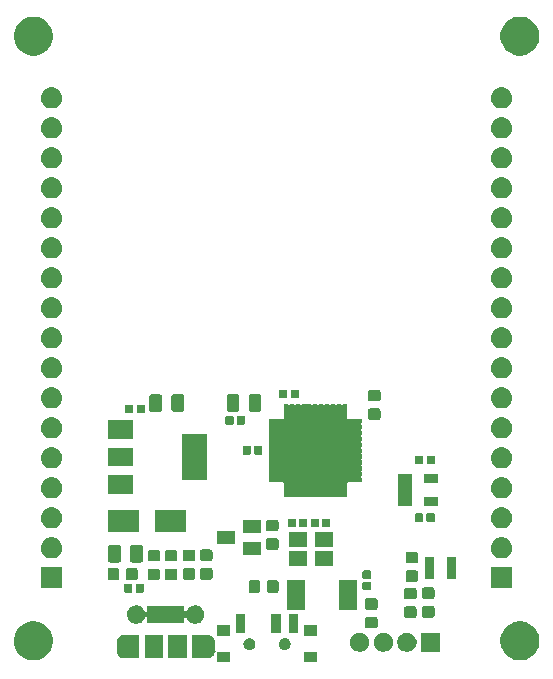
<source format=gts>
G04 #@! TF.GenerationSoftware,KiCad,Pcbnew,5.0.2-bee76a0~70~ubuntu18.04.1*
G04 #@! TF.CreationDate,2019-03-17T15:09:20+09:00*
G04 #@! TF.ProjectId,LeonardoBB,4c656f6e-6172-4646-9f42-422e6b696361,rev?*
G04 #@! TF.SameCoordinates,Original*
G04 #@! TF.FileFunction,Soldermask,Top*
G04 #@! TF.FilePolarity,Negative*
%FSLAX46Y46*%
G04 Gerber Fmt 4.6, Leading zero omitted, Abs format (unit mm)*
G04 Created by KiCad (PCBNEW 5.0.2-bee76a0~70~ubuntu18.04.1) date 2019年03月17日 15時09分20秒*
%MOMM*%
%LPD*%
G01*
G04 APERTURE LIST*
%ADD10C,0.100000*%
G04 APERTURE END LIST*
D10*
G36*
X138145862Y-124060898D02*
X138158114Y-124061500D01*
X138231405Y-124061500D01*
X138248165Y-124070458D01*
X138259695Y-124074584D01*
X138370331Y-124108145D01*
X138483425Y-124168595D01*
X138582553Y-124249947D01*
X138663905Y-124349074D01*
X138663906Y-124349076D01*
X138724355Y-124462167D01*
X138724356Y-124462170D01*
X138761580Y-124584882D01*
X138766410Y-124633925D01*
X138771000Y-124680526D01*
X138771000Y-125378000D01*
X138773402Y-125402386D01*
X138780515Y-125425835D01*
X138792066Y-125447446D01*
X138807612Y-125466388D01*
X138826554Y-125481934D01*
X138848165Y-125493485D01*
X138871614Y-125500598D01*
X138896000Y-125503000D01*
X140093000Y-125503000D01*
X140093000Y-126405000D01*
X138991000Y-126405000D01*
X138991000Y-125626503D01*
X138988598Y-125602117D01*
X138981485Y-125578668D01*
X138969934Y-125557057D01*
X138954388Y-125538115D01*
X138935446Y-125522569D01*
X138913835Y-125511018D01*
X138890386Y-125503905D01*
X138866000Y-125501503D01*
X138841614Y-125503905D01*
X138818165Y-125511018D01*
X138796554Y-125522569D01*
X138777612Y-125538115D01*
X138762066Y-125557057D01*
X138750515Y-125578668D01*
X138746382Y-125590218D01*
X138724355Y-125662833D01*
X138670819Y-125762991D01*
X138663905Y-125775926D01*
X138582553Y-125875053D01*
X138483426Y-125956405D01*
X138483424Y-125956406D01*
X138370333Y-126016855D01*
X138322882Y-126031249D01*
X138259711Y-126050412D01*
X138237076Y-126059788D01*
X138231520Y-126063500D01*
X138158114Y-126063500D01*
X138145862Y-126064102D01*
X138120000Y-126066649D01*
X138094138Y-126064102D01*
X138081886Y-126063500D01*
X136869000Y-126063500D01*
X136869000Y-124061500D01*
X138081886Y-124061500D01*
X138094138Y-124060898D01*
X138120000Y-124058351D01*
X138145862Y-124060898D01*
X138145862Y-124060898D01*
G37*
G36*
X147393000Y-126405000D02*
X146291000Y-126405000D01*
X146291000Y-125503000D01*
X147393000Y-125503000D01*
X147393000Y-126405000D01*
X147393000Y-126405000D01*
G37*
G36*
X164975256Y-122991298D02*
X165081579Y-123012447D01*
X165382042Y-123136903D01*
X165384432Y-123138500D01*
X165652454Y-123317587D01*
X165882413Y-123547546D01*
X165882415Y-123547549D01*
X166063097Y-123817958D01*
X166183297Y-124108145D01*
X166187553Y-124118422D01*
X166251000Y-124437389D01*
X166251000Y-124762611D01*
X166223006Y-124903344D01*
X166187553Y-125081579D01*
X166063097Y-125382042D01*
X165966239Y-125527000D01*
X165882413Y-125652454D01*
X165652454Y-125882413D01*
X165652451Y-125882415D01*
X165382042Y-126063097D01*
X165081579Y-126187553D01*
X164975256Y-126208702D01*
X164762611Y-126251000D01*
X164437389Y-126251000D01*
X164224744Y-126208702D01*
X164118421Y-126187553D01*
X163817958Y-126063097D01*
X163547549Y-125882415D01*
X163547546Y-125882413D01*
X163317587Y-125652454D01*
X163233761Y-125527000D01*
X163136903Y-125382042D01*
X163012447Y-125081579D01*
X162976994Y-124903344D01*
X162949000Y-124762611D01*
X162949000Y-124437389D01*
X163012447Y-124118422D01*
X163016704Y-124108145D01*
X163136903Y-123817958D01*
X163317585Y-123547549D01*
X163317587Y-123547546D01*
X163547546Y-123317587D01*
X163815568Y-123138500D01*
X163817958Y-123136903D01*
X164118421Y-123012447D01*
X164224744Y-122991298D01*
X164437389Y-122949000D01*
X164762611Y-122949000D01*
X164975256Y-122991298D01*
X164975256Y-122991298D01*
G37*
G36*
X123775256Y-122991298D02*
X123881579Y-123012447D01*
X124182042Y-123136903D01*
X124184432Y-123138500D01*
X124452454Y-123317587D01*
X124682413Y-123547546D01*
X124682415Y-123547549D01*
X124863097Y-123817958D01*
X124983297Y-124108145D01*
X124987553Y-124118422D01*
X125051000Y-124437389D01*
X125051000Y-124762611D01*
X125023006Y-124903344D01*
X124987553Y-125081579D01*
X124863097Y-125382042D01*
X124766239Y-125527000D01*
X124682413Y-125652454D01*
X124452454Y-125882413D01*
X124452451Y-125882415D01*
X124182042Y-126063097D01*
X123881579Y-126187553D01*
X123775256Y-126208702D01*
X123562611Y-126251000D01*
X123237389Y-126251000D01*
X123024744Y-126208702D01*
X122918421Y-126187553D01*
X122617958Y-126063097D01*
X122347549Y-125882415D01*
X122347546Y-125882413D01*
X122117587Y-125652454D01*
X122033761Y-125527000D01*
X121936903Y-125382042D01*
X121812447Y-125081579D01*
X121776994Y-124903344D01*
X121749000Y-124762611D01*
X121749000Y-124437389D01*
X121812447Y-124118422D01*
X121816704Y-124108145D01*
X121936903Y-123817958D01*
X122117585Y-123547549D01*
X122117587Y-123547546D01*
X122347546Y-123317587D01*
X122615568Y-123138500D01*
X122617958Y-123136903D01*
X122918421Y-123012447D01*
X123024744Y-122991298D01*
X123237389Y-122949000D01*
X123562611Y-122949000D01*
X123775256Y-122991298D01*
X123775256Y-122991298D01*
G37*
G36*
X131145862Y-124060898D02*
X131158114Y-124061500D01*
X132371000Y-124061500D01*
X132371000Y-126063500D01*
X131158114Y-126063500D01*
X131145862Y-126064102D01*
X131120000Y-126066649D01*
X131094138Y-126064102D01*
X131081886Y-126063500D01*
X131008593Y-126063500D01*
X130991835Y-126054543D01*
X130980292Y-126050413D01*
X130917118Y-126031249D01*
X130869667Y-126016855D01*
X130756576Y-125956406D01*
X130756574Y-125956405D01*
X130657447Y-125875053D01*
X130576095Y-125775925D01*
X130515646Y-125662833D01*
X130515645Y-125662832D01*
X130493618Y-125590218D01*
X130478420Y-125540117D01*
X130469000Y-125444472D01*
X130469000Y-124680527D01*
X130478420Y-124584882D01*
X130515645Y-124462168D01*
X130576096Y-124349074D01*
X130657448Y-124249947D01*
X130756575Y-124168595D01*
X130869669Y-124108145D01*
X130980295Y-124074587D01*
X131002924Y-124065214D01*
X131008482Y-124061500D01*
X131081886Y-124061500D01*
X131094138Y-124060898D01*
X131120000Y-124058351D01*
X131145862Y-124060898D01*
X131145862Y-124060898D01*
G37*
G36*
X136421000Y-126063500D02*
X134819000Y-126063500D01*
X134819000Y-124061500D01*
X136421000Y-124061500D01*
X136421000Y-126063500D01*
X136421000Y-126063500D01*
G37*
G36*
X134421000Y-126063500D02*
X132819000Y-126063500D01*
X132819000Y-124061500D01*
X134421000Y-124061500D01*
X134421000Y-126063500D01*
X134421000Y-126063500D01*
G37*
G36*
X153272142Y-123932242D02*
X153420102Y-123993530D01*
X153487130Y-124038317D01*
X153541419Y-124074591D01*
X153553258Y-124082502D01*
X153666498Y-124195742D01*
X153755470Y-124328898D01*
X153816758Y-124476858D01*
X153848000Y-124633925D01*
X153848000Y-124794075D01*
X153816758Y-124951142D01*
X153769354Y-125065583D01*
X153755471Y-125099100D01*
X153666499Y-125232257D01*
X153553257Y-125345499D01*
X153504615Y-125378000D01*
X153420102Y-125434470D01*
X153420101Y-125434471D01*
X153420100Y-125434471D01*
X153395953Y-125444473D01*
X153272142Y-125495758D01*
X153115075Y-125527000D01*
X152954925Y-125527000D01*
X152797858Y-125495758D01*
X152674047Y-125444473D01*
X152649900Y-125434471D01*
X152649899Y-125434471D01*
X152649898Y-125434470D01*
X152565385Y-125378000D01*
X152516743Y-125345499D01*
X152403501Y-125232257D01*
X152314529Y-125099100D01*
X152300646Y-125065583D01*
X152253242Y-124951142D01*
X152222000Y-124794075D01*
X152222000Y-124633925D01*
X152253242Y-124476858D01*
X152314530Y-124328898D01*
X152403502Y-124195742D01*
X152516742Y-124082502D01*
X152528582Y-124074591D01*
X152582870Y-124038317D01*
X152649898Y-123993530D01*
X152797858Y-123932242D01*
X152954925Y-123901000D01*
X153115075Y-123901000D01*
X153272142Y-123932242D01*
X153272142Y-123932242D01*
G37*
G36*
X151272142Y-123932242D02*
X151420102Y-123993530D01*
X151487130Y-124038317D01*
X151541419Y-124074591D01*
X151553258Y-124082502D01*
X151666498Y-124195742D01*
X151755470Y-124328898D01*
X151816758Y-124476858D01*
X151848000Y-124633925D01*
X151848000Y-124794075D01*
X151816758Y-124951142D01*
X151769354Y-125065583D01*
X151755471Y-125099100D01*
X151666499Y-125232257D01*
X151553257Y-125345499D01*
X151504615Y-125378000D01*
X151420102Y-125434470D01*
X151420101Y-125434471D01*
X151420100Y-125434471D01*
X151395953Y-125444473D01*
X151272142Y-125495758D01*
X151115075Y-125527000D01*
X150954925Y-125527000D01*
X150797858Y-125495758D01*
X150674047Y-125444473D01*
X150649900Y-125434471D01*
X150649899Y-125434471D01*
X150649898Y-125434470D01*
X150565385Y-125378000D01*
X150516743Y-125345499D01*
X150403501Y-125232257D01*
X150314529Y-125099100D01*
X150300646Y-125065583D01*
X150253242Y-124951142D01*
X150222000Y-124794075D01*
X150222000Y-124633925D01*
X150253242Y-124476858D01*
X150314530Y-124328898D01*
X150403502Y-124195742D01*
X150516742Y-124082502D01*
X150528582Y-124074591D01*
X150582870Y-124038317D01*
X150649898Y-123993530D01*
X150797858Y-123932242D01*
X150954925Y-123901000D01*
X151115075Y-123901000D01*
X151272142Y-123932242D01*
X151272142Y-123932242D01*
G37*
G36*
X155272142Y-123932242D02*
X155420102Y-123993530D01*
X155487130Y-124038317D01*
X155541419Y-124074591D01*
X155553258Y-124082502D01*
X155666498Y-124195742D01*
X155755470Y-124328898D01*
X155816758Y-124476858D01*
X155848000Y-124633925D01*
X155848000Y-124794075D01*
X155816758Y-124951142D01*
X155769354Y-125065583D01*
X155755471Y-125099100D01*
X155666499Y-125232257D01*
X155553257Y-125345499D01*
X155504615Y-125378000D01*
X155420102Y-125434470D01*
X155420101Y-125434471D01*
X155420100Y-125434471D01*
X155395953Y-125444473D01*
X155272142Y-125495758D01*
X155115075Y-125527000D01*
X154954925Y-125527000D01*
X154797858Y-125495758D01*
X154674047Y-125444473D01*
X154649900Y-125434471D01*
X154649899Y-125434471D01*
X154649898Y-125434470D01*
X154565385Y-125378000D01*
X154516743Y-125345499D01*
X154403501Y-125232257D01*
X154314529Y-125099100D01*
X154300646Y-125065583D01*
X154253242Y-124951142D01*
X154222000Y-124794075D01*
X154222000Y-124633925D01*
X154253242Y-124476858D01*
X154314530Y-124328898D01*
X154403502Y-124195742D01*
X154516742Y-124082502D01*
X154528582Y-124074591D01*
X154582870Y-124038317D01*
X154649898Y-123993530D01*
X154797858Y-123932242D01*
X154954925Y-123901000D01*
X155115075Y-123901000D01*
X155272142Y-123932242D01*
X155272142Y-123932242D01*
G37*
G36*
X157848000Y-125527000D02*
X156222000Y-125527000D01*
X156222000Y-123901000D01*
X157848000Y-123901000D01*
X157848000Y-125527000D01*
X157848000Y-125527000D01*
G37*
G36*
X144838136Y-124372253D02*
X144929312Y-124410019D01*
X145011372Y-124464850D01*
X145081150Y-124534628D01*
X145135981Y-124616688D01*
X145173747Y-124707864D01*
X145193000Y-124804656D01*
X145193000Y-124903344D01*
X145173747Y-125000136D01*
X145135981Y-125091312D01*
X145081150Y-125173372D01*
X145011372Y-125243150D01*
X144929312Y-125297981D01*
X144838136Y-125335747D01*
X144741344Y-125355000D01*
X144642656Y-125355000D01*
X144545864Y-125335747D01*
X144454688Y-125297981D01*
X144372628Y-125243150D01*
X144302850Y-125173372D01*
X144248019Y-125091312D01*
X144210253Y-125000136D01*
X144191000Y-124903344D01*
X144191000Y-124804656D01*
X144210253Y-124707864D01*
X144248019Y-124616688D01*
X144302850Y-124534628D01*
X144372628Y-124464850D01*
X144454688Y-124410019D01*
X144545864Y-124372253D01*
X144642656Y-124353000D01*
X144741344Y-124353000D01*
X144838136Y-124372253D01*
X144838136Y-124372253D01*
G37*
G36*
X141838136Y-124372253D02*
X141929312Y-124410019D01*
X142011372Y-124464850D01*
X142081150Y-124534628D01*
X142135981Y-124616688D01*
X142173747Y-124707864D01*
X142193000Y-124804656D01*
X142193000Y-124903344D01*
X142173747Y-125000136D01*
X142135981Y-125091312D01*
X142081150Y-125173372D01*
X142011372Y-125243150D01*
X141929312Y-125297981D01*
X141838136Y-125335747D01*
X141741344Y-125355000D01*
X141642656Y-125355000D01*
X141545864Y-125335747D01*
X141454688Y-125297981D01*
X141372628Y-125243150D01*
X141302850Y-125173372D01*
X141248019Y-125091312D01*
X141210253Y-125000136D01*
X141191000Y-124903344D01*
X141191000Y-124804656D01*
X141210253Y-124707864D01*
X141248019Y-124616688D01*
X141302850Y-124534628D01*
X141372628Y-124464850D01*
X141454688Y-124410019D01*
X141545864Y-124372253D01*
X141642656Y-124353000D01*
X141741344Y-124353000D01*
X141838136Y-124372253D01*
X141838136Y-124372253D01*
G37*
G36*
X140093000Y-124195000D02*
X138991000Y-124195000D01*
X138991000Y-123293000D01*
X140093000Y-123293000D01*
X140093000Y-124195000D01*
X140093000Y-124195000D01*
G37*
G36*
X147393000Y-124195000D02*
X146291000Y-124195000D01*
X146291000Y-123293000D01*
X147393000Y-123293000D01*
X147393000Y-124195000D01*
X147393000Y-124195000D01*
G37*
G36*
X145843000Y-123895000D02*
X145041000Y-123895000D01*
X145041000Y-122293000D01*
X145843000Y-122293000D01*
X145843000Y-123895000D01*
X145843000Y-123895000D01*
G37*
G36*
X141343000Y-123895000D02*
X140541000Y-123895000D01*
X140541000Y-122293000D01*
X141343000Y-122293000D01*
X141343000Y-123895000D01*
X141343000Y-123895000D01*
G37*
G36*
X144343000Y-123895000D02*
X143541000Y-123895000D01*
X143541000Y-122293000D01*
X144343000Y-122293000D01*
X144343000Y-123895000D01*
X144343000Y-123895000D01*
G37*
G36*
X152398591Y-122566085D02*
X152432569Y-122576393D01*
X152463887Y-122593133D01*
X152491339Y-122615661D01*
X152513867Y-122643113D01*
X152530607Y-122674431D01*
X152540915Y-122708409D01*
X152545000Y-122749890D01*
X152545000Y-123351110D01*
X152540915Y-123392591D01*
X152530607Y-123426569D01*
X152513867Y-123457887D01*
X152491339Y-123485339D01*
X152463887Y-123507867D01*
X152432569Y-123524607D01*
X152398591Y-123534915D01*
X152357110Y-123539000D01*
X151680890Y-123539000D01*
X151639409Y-123534915D01*
X151605431Y-123524607D01*
X151574113Y-123507867D01*
X151546661Y-123485339D01*
X151524133Y-123457887D01*
X151507393Y-123426569D01*
X151497085Y-123392591D01*
X151493000Y-123351110D01*
X151493000Y-122749890D01*
X151497085Y-122708409D01*
X151507393Y-122674431D01*
X151524133Y-122643113D01*
X151546661Y-122615661D01*
X151574113Y-122593133D01*
X151605431Y-122576393D01*
X151639409Y-122566085D01*
X151680890Y-122562000D01*
X152357110Y-122562000D01*
X152398591Y-122566085D01*
X152398591Y-122566085D01*
G37*
G36*
X132346349Y-121616320D02*
X132346352Y-121616321D01*
X132346351Y-121616321D01*
X132487574Y-121674817D01*
X132591920Y-121744539D01*
X132614674Y-121759743D01*
X132722757Y-121867826D01*
X132722759Y-121867829D01*
X132807683Y-121994926D01*
X132808701Y-121997384D01*
X132828515Y-122045220D01*
X132840067Y-122066831D01*
X132855612Y-122085773D01*
X132874554Y-122101318D01*
X132896165Y-122112869D01*
X132919614Y-122119982D01*
X132944000Y-122122384D01*
X132968387Y-122119982D01*
X132991836Y-122112869D01*
X133013447Y-122101317D01*
X133032389Y-122085772D01*
X133047934Y-122066830D01*
X133059485Y-122045219D01*
X133066598Y-122021770D01*
X133069000Y-121997384D01*
X133069000Y-121636500D01*
X136171000Y-121636500D01*
X136171000Y-121997384D01*
X136173402Y-122021770D01*
X136180515Y-122045219D01*
X136192066Y-122066830D01*
X136207612Y-122085772D01*
X136226554Y-122101318D01*
X136248165Y-122112869D01*
X136271614Y-122119982D01*
X136296000Y-122122384D01*
X136320386Y-122119982D01*
X136343835Y-122112869D01*
X136365446Y-122101318D01*
X136384388Y-122085772D01*
X136399934Y-122066830D01*
X136411485Y-122045220D01*
X136431299Y-121997384D01*
X136432317Y-121994926D01*
X136517241Y-121867829D01*
X136517243Y-121867826D01*
X136625326Y-121759743D01*
X136648080Y-121744539D01*
X136752426Y-121674817D01*
X136893649Y-121616321D01*
X136893648Y-121616321D01*
X136893651Y-121616320D01*
X137043569Y-121586500D01*
X137196431Y-121586500D01*
X137346349Y-121616320D01*
X137346352Y-121616321D01*
X137346351Y-121616321D01*
X137487574Y-121674817D01*
X137591920Y-121744539D01*
X137614674Y-121759743D01*
X137722757Y-121867826D01*
X137722759Y-121867829D01*
X137807683Y-121994926D01*
X137808701Y-121997384D01*
X137866180Y-122136151D01*
X137896000Y-122286069D01*
X137896000Y-122438931D01*
X137866180Y-122588849D01*
X137859321Y-122605408D01*
X137807683Y-122730074D01*
X137723905Y-122855456D01*
X137722757Y-122857174D01*
X137614674Y-122965257D01*
X137614671Y-122965259D01*
X137487574Y-123050183D01*
X137395068Y-123088500D01*
X137346349Y-123108680D01*
X137196431Y-123138500D01*
X137043569Y-123138500D01*
X136893651Y-123108680D01*
X136844932Y-123088500D01*
X136752426Y-123050183D01*
X136625329Y-122965259D01*
X136625326Y-122965257D01*
X136517243Y-122857174D01*
X136516095Y-122855456D01*
X136432317Y-122730074D01*
X136411484Y-122679778D01*
X136399933Y-122658169D01*
X136384388Y-122639227D01*
X136365446Y-122623682D01*
X136343835Y-122612131D01*
X136320386Y-122605018D01*
X136296000Y-122602616D01*
X136271613Y-122605018D01*
X136248164Y-122612131D01*
X136226553Y-122623683D01*
X136207611Y-122639228D01*
X136192066Y-122658170D01*
X136180515Y-122679781D01*
X136173402Y-122703230D01*
X136171000Y-122727616D01*
X136171000Y-123088500D01*
X133069000Y-123088500D01*
X133069000Y-122727616D01*
X133066598Y-122703230D01*
X133059485Y-122679781D01*
X133047934Y-122658170D01*
X133032388Y-122639228D01*
X133013446Y-122623682D01*
X132991835Y-122612131D01*
X132968386Y-122605018D01*
X132944000Y-122602616D01*
X132919614Y-122605018D01*
X132896165Y-122612131D01*
X132874554Y-122623682D01*
X132855612Y-122639228D01*
X132840066Y-122658170D01*
X132828516Y-122679778D01*
X132807683Y-122730074D01*
X132723905Y-122855456D01*
X132722757Y-122857174D01*
X132614674Y-122965257D01*
X132614671Y-122965259D01*
X132487574Y-123050183D01*
X132395068Y-123088500D01*
X132346349Y-123108680D01*
X132196431Y-123138500D01*
X132043569Y-123138500D01*
X131893651Y-123108680D01*
X131844932Y-123088500D01*
X131752426Y-123050183D01*
X131625329Y-122965259D01*
X131625326Y-122965257D01*
X131517243Y-122857174D01*
X131516095Y-122855456D01*
X131432317Y-122730074D01*
X131380679Y-122605408D01*
X131373820Y-122588849D01*
X131344000Y-122438931D01*
X131344000Y-122286069D01*
X131373820Y-122136151D01*
X131431299Y-121997384D01*
X131432317Y-121994926D01*
X131517241Y-121867829D01*
X131517243Y-121867826D01*
X131625326Y-121759743D01*
X131648080Y-121744539D01*
X131752426Y-121674817D01*
X131893649Y-121616321D01*
X131893648Y-121616321D01*
X131893651Y-121616320D01*
X132043569Y-121586500D01*
X132196431Y-121586500D01*
X132346349Y-121616320D01*
X132346349Y-121616320D01*
G37*
G36*
X155700591Y-121677085D02*
X155734569Y-121687393D01*
X155765887Y-121704133D01*
X155793339Y-121726661D01*
X155815867Y-121754113D01*
X155832607Y-121785431D01*
X155842915Y-121819409D01*
X155847000Y-121860890D01*
X155847000Y-122462110D01*
X155842915Y-122503591D01*
X155832607Y-122537569D01*
X155815867Y-122568887D01*
X155793339Y-122596339D01*
X155765887Y-122618867D01*
X155734569Y-122635607D01*
X155700591Y-122645915D01*
X155659110Y-122650000D01*
X154982890Y-122650000D01*
X154941409Y-122645915D01*
X154907431Y-122635607D01*
X154876113Y-122618867D01*
X154848661Y-122596339D01*
X154826133Y-122568887D01*
X154809393Y-122537569D01*
X154799085Y-122503591D01*
X154795000Y-122462110D01*
X154795000Y-121860890D01*
X154799085Y-121819409D01*
X154809393Y-121785431D01*
X154826133Y-121754113D01*
X154848661Y-121726661D01*
X154876113Y-121704133D01*
X154907431Y-121687393D01*
X154941409Y-121677085D01*
X154982890Y-121673000D01*
X155659110Y-121673000D01*
X155700591Y-121677085D01*
X155700591Y-121677085D01*
G37*
G36*
X157224591Y-121651085D02*
X157258569Y-121661393D01*
X157289887Y-121678133D01*
X157317339Y-121700661D01*
X157339867Y-121728113D01*
X157356607Y-121759431D01*
X157366915Y-121793409D01*
X157371000Y-121834890D01*
X157371000Y-122436110D01*
X157366915Y-122477591D01*
X157356607Y-122511569D01*
X157339867Y-122542887D01*
X157317339Y-122570339D01*
X157289887Y-122592867D01*
X157258569Y-122609607D01*
X157224591Y-122619915D01*
X157183110Y-122624000D01*
X156506890Y-122624000D01*
X156465409Y-122619915D01*
X156431431Y-122609607D01*
X156400113Y-122592867D01*
X156372661Y-122570339D01*
X156350133Y-122542887D01*
X156333393Y-122511569D01*
X156323085Y-122477591D01*
X156319000Y-122436110D01*
X156319000Y-121834890D01*
X156323085Y-121793409D01*
X156333393Y-121759431D01*
X156350133Y-121728113D01*
X156372661Y-121700661D01*
X156400113Y-121678133D01*
X156431431Y-121661393D01*
X156465409Y-121651085D01*
X156506890Y-121647000D01*
X157183110Y-121647000D01*
X157224591Y-121651085D01*
X157224591Y-121651085D01*
G37*
G36*
X146404000Y-121977200D02*
X144852000Y-121977200D01*
X144852000Y-119475200D01*
X146404000Y-119475200D01*
X146404000Y-121977200D01*
X146404000Y-121977200D01*
G37*
G36*
X150804000Y-121977200D02*
X149252000Y-121977200D01*
X149252000Y-119475200D01*
X150804000Y-119475200D01*
X150804000Y-121977200D01*
X150804000Y-121977200D01*
G37*
G36*
X152398591Y-120991085D02*
X152432569Y-121001393D01*
X152463887Y-121018133D01*
X152491339Y-121040661D01*
X152513867Y-121068113D01*
X152530607Y-121099431D01*
X152540915Y-121133409D01*
X152545000Y-121174890D01*
X152545000Y-121776110D01*
X152540915Y-121817591D01*
X152530607Y-121851569D01*
X152513867Y-121882887D01*
X152491339Y-121910339D01*
X152463887Y-121932867D01*
X152432569Y-121949607D01*
X152398591Y-121959915D01*
X152357110Y-121964000D01*
X151680890Y-121964000D01*
X151639409Y-121959915D01*
X151605431Y-121949607D01*
X151574113Y-121932867D01*
X151546661Y-121910339D01*
X151524133Y-121882887D01*
X151507393Y-121851569D01*
X151497085Y-121817591D01*
X151493000Y-121776110D01*
X151493000Y-121174890D01*
X151497085Y-121133409D01*
X151507393Y-121099431D01*
X151524133Y-121068113D01*
X151546661Y-121040661D01*
X151574113Y-121018133D01*
X151605431Y-121001393D01*
X151639409Y-120991085D01*
X151680890Y-120987000D01*
X152357110Y-120987000D01*
X152398591Y-120991085D01*
X152398591Y-120991085D01*
G37*
G36*
X155700591Y-120102085D02*
X155734569Y-120112393D01*
X155765887Y-120129133D01*
X155793339Y-120151661D01*
X155815867Y-120179113D01*
X155832607Y-120210431D01*
X155842915Y-120244409D01*
X155847000Y-120285890D01*
X155847000Y-120887110D01*
X155842915Y-120928591D01*
X155832607Y-120962569D01*
X155815867Y-120993887D01*
X155793339Y-121021339D01*
X155765887Y-121043867D01*
X155734569Y-121060607D01*
X155700591Y-121070915D01*
X155659110Y-121075000D01*
X154982890Y-121075000D01*
X154941409Y-121070915D01*
X154907431Y-121060607D01*
X154876113Y-121043867D01*
X154848661Y-121021339D01*
X154826133Y-120993887D01*
X154809393Y-120962569D01*
X154799085Y-120928591D01*
X154795000Y-120887110D01*
X154795000Y-120285890D01*
X154799085Y-120244409D01*
X154809393Y-120210431D01*
X154826133Y-120179113D01*
X154848661Y-120151661D01*
X154876113Y-120129133D01*
X154907431Y-120112393D01*
X154941409Y-120102085D01*
X154982890Y-120098000D01*
X155659110Y-120098000D01*
X155700591Y-120102085D01*
X155700591Y-120102085D01*
G37*
G36*
X157224591Y-120076085D02*
X157258569Y-120086393D01*
X157289887Y-120103133D01*
X157317339Y-120125661D01*
X157339867Y-120153113D01*
X157356607Y-120184431D01*
X157366915Y-120218409D01*
X157371000Y-120259890D01*
X157371000Y-120861110D01*
X157366915Y-120902591D01*
X157356607Y-120936569D01*
X157339867Y-120967887D01*
X157317339Y-120995339D01*
X157289887Y-121017867D01*
X157258569Y-121034607D01*
X157224591Y-121044915D01*
X157183110Y-121049000D01*
X156506890Y-121049000D01*
X156465409Y-121044915D01*
X156431431Y-121034607D01*
X156400113Y-121017867D01*
X156372661Y-120995339D01*
X156350133Y-120967887D01*
X156333393Y-120936569D01*
X156323085Y-120902591D01*
X156319000Y-120861110D01*
X156319000Y-120259890D01*
X156323085Y-120218409D01*
X156333393Y-120184431D01*
X156350133Y-120153113D01*
X156372661Y-120125661D01*
X156400113Y-120103133D01*
X156431431Y-120086393D01*
X156465409Y-120076085D01*
X156506890Y-120072000D01*
X157183110Y-120072000D01*
X157224591Y-120076085D01*
X157224591Y-120076085D01*
G37*
G36*
X142454891Y-119467685D02*
X142488869Y-119477993D01*
X142520187Y-119494733D01*
X142547639Y-119517261D01*
X142570167Y-119544713D01*
X142586907Y-119576031D01*
X142597215Y-119610009D01*
X142601300Y-119651490D01*
X142601300Y-120327710D01*
X142597215Y-120369191D01*
X142586907Y-120403169D01*
X142570167Y-120434487D01*
X142547639Y-120461939D01*
X142520187Y-120484467D01*
X142488869Y-120501207D01*
X142454891Y-120511515D01*
X142413410Y-120515600D01*
X141812190Y-120515600D01*
X141770709Y-120511515D01*
X141736731Y-120501207D01*
X141705413Y-120484467D01*
X141677961Y-120461939D01*
X141655433Y-120434487D01*
X141638693Y-120403169D01*
X141628385Y-120369191D01*
X141624300Y-120327710D01*
X141624300Y-119651490D01*
X141628385Y-119610009D01*
X141638693Y-119576031D01*
X141655433Y-119544713D01*
X141677961Y-119517261D01*
X141705413Y-119494733D01*
X141736731Y-119477993D01*
X141770709Y-119467685D01*
X141812190Y-119463600D01*
X142413410Y-119463600D01*
X142454891Y-119467685D01*
X142454891Y-119467685D01*
G37*
G36*
X144029891Y-119467685D02*
X144063869Y-119477993D01*
X144095187Y-119494733D01*
X144122639Y-119517261D01*
X144145167Y-119544713D01*
X144161907Y-119576031D01*
X144172215Y-119610009D01*
X144176300Y-119651490D01*
X144176300Y-120327710D01*
X144172215Y-120369191D01*
X144161907Y-120403169D01*
X144145167Y-120434487D01*
X144122639Y-120461939D01*
X144095187Y-120484467D01*
X144063869Y-120501207D01*
X144029891Y-120511515D01*
X143988410Y-120515600D01*
X143387190Y-120515600D01*
X143345709Y-120511515D01*
X143311731Y-120501207D01*
X143280413Y-120484467D01*
X143252961Y-120461939D01*
X143230433Y-120434487D01*
X143213693Y-120403169D01*
X143203385Y-120369191D01*
X143199300Y-120327710D01*
X143199300Y-119651490D01*
X143203385Y-119610009D01*
X143213693Y-119576031D01*
X143230433Y-119544713D01*
X143252961Y-119517261D01*
X143280413Y-119494733D01*
X143311731Y-119477993D01*
X143345709Y-119467685D01*
X143387190Y-119463600D01*
X143988410Y-119463600D01*
X144029891Y-119467685D01*
X144029891Y-119467685D01*
G37*
G36*
X132671938Y-119773716D02*
X132692556Y-119779970D01*
X132711556Y-119790126D01*
X132728208Y-119803792D01*
X132741874Y-119820444D01*
X132752030Y-119839444D01*
X132758284Y-119860062D01*
X132761000Y-119887640D01*
X132761000Y-120396360D01*
X132758284Y-120423938D01*
X132752030Y-120444556D01*
X132741874Y-120463556D01*
X132728208Y-120480208D01*
X132711556Y-120493874D01*
X132692556Y-120504030D01*
X132671938Y-120510284D01*
X132644360Y-120513000D01*
X132185640Y-120513000D01*
X132158062Y-120510284D01*
X132137444Y-120504030D01*
X132118444Y-120493874D01*
X132101792Y-120480208D01*
X132088126Y-120463556D01*
X132077970Y-120444556D01*
X132071716Y-120423938D01*
X132069000Y-120396360D01*
X132069000Y-119887640D01*
X132071716Y-119860062D01*
X132077970Y-119839444D01*
X132088126Y-119820444D01*
X132101792Y-119803792D01*
X132118444Y-119790126D01*
X132137444Y-119779970D01*
X132158062Y-119773716D01*
X132185640Y-119771000D01*
X132644360Y-119771000D01*
X132671938Y-119773716D01*
X132671938Y-119773716D01*
G37*
G36*
X131701938Y-119773716D02*
X131722556Y-119779970D01*
X131741556Y-119790126D01*
X131758208Y-119803792D01*
X131771874Y-119820444D01*
X131782030Y-119839444D01*
X131788284Y-119860062D01*
X131791000Y-119887640D01*
X131791000Y-120396360D01*
X131788284Y-120423938D01*
X131782030Y-120444556D01*
X131771874Y-120463556D01*
X131758208Y-120480208D01*
X131741556Y-120493874D01*
X131722556Y-120504030D01*
X131701938Y-120510284D01*
X131674360Y-120513000D01*
X131215640Y-120513000D01*
X131188062Y-120510284D01*
X131167444Y-120504030D01*
X131148444Y-120493874D01*
X131131792Y-120480208D01*
X131118126Y-120463556D01*
X131107970Y-120444556D01*
X131101716Y-120423938D01*
X131099000Y-120396360D01*
X131099000Y-119887640D01*
X131101716Y-119860062D01*
X131107970Y-119839444D01*
X131118126Y-119820444D01*
X131131792Y-119803792D01*
X131148444Y-119790126D01*
X131167444Y-119779970D01*
X131188062Y-119773716D01*
X131215640Y-119771000D01*
X131674360Y-119771000D01*
X131701938Y-119773716D01*
X131701938Y-119773716D01*
G37*
G36*
X151919938Y-119608216D02*
X151940556Y-119614470D01*
X151959556Y-119624626D01*
X151976208Y-119638292D01*
X151989874Y-119654944D01*
X152000030Y-119673944D01*
X152006284Y-119694562D01*
X152009000Y-119722140D01*
X152009000Y-120180860D01*
X152006284Y-120208438D01*
X152000030Y-120229056D01*
X151989874Y-120248056D01*
X151976208Y-120264708D01*
X151959556Y-120278374D01*
X151940556Y-120288530D01*
X151919938Y-120294784D01*
X151892360Y-120297500D01*
X151383640Y-120297500D01*
X151356062Y-120294784D01*
X151335444Y-120288530D01*
X151316444Y-120278374D01*
X151299792Y-120264708D01*
X151286126Y-120248056D01*
X151275970Y-120229056D01*
X151269716Y-120208438D01*
X151267000Y-120180860D01*
X151267000Y-119722140D01*
X151269716Y-119694562D01*
X151275970Y-119673944D01*
X151286126Y-119654944D01*
X151299792Y-119638292D01*
X151316444Y-119624626D01*
X151335444Y-119614470D01*
X151356062Y-119608216D01*
X151383640Y-119605500D01*
X151892360Y-119605500D01*
X151919938Y-119608216D01*
X151919938Y-119608216D01*
G37*
G36*
X163951000Y-120151000D02*
X162149000Y-120151000D01*
X162149000Y-118349000D01*
X163951000Y-118349000D01*
X163951000Y-120151000D01*
X163951000Y-120151000D01*
G37*
G36*
X125851000Y-120151000D02*
X124049000Y-120151000D01*
X124049000Y-118349000D01*
X125851000Y-118349000D01*
X125851000Y-120151000D01*
X125851000Y-120151000D01*
G37*
G36*
X155827591Y-118629085D02*
X155861569Y-118639393D01*
X155892887Y-118656133D01*
X155920339Y-118678661D01*
X155942867Y-118706113D01*
X155959607Y-118737431D01*
X155969915Y-118771409D01*
X155974000Y-118812890D01*
X155974000Y-119414110D01*
X155969915Y-119455591D01*
X155959607Y-119489569D01*
X155942867Y-119520887D01*
X155920339Y-119548339D01*
X155892887Y-119570867D01*
X155861569Y-119587607D01*
X155827591Y-119597915D01*
X155786110Y-119602000D01*
X155109890Y-119602000D01*
X155068409Y-119597915D01*
X155034431Y-119587607D01*
X155003113Y-119570867D01*
X154975661Y-119548339D01*
X154953133Y-119520887D01*
X154936393Y-119489569D01*
X154926085Y-119455591D01*
X154922000Y-119414110D01*
X154922000Y-118812890D01*
X154926085Y-118771409D01*
X154936393Y-118737431D01*
X154953133Y-118706113D01*
X154975661Y-118678661D01*
X155003113Y-118656133D01*
X155034431Y-118639393D01*
X155068409Y-118629085D01*
X155109890Y-118625000D01*
X155786110Y-118625000D01*
X155827591Y-118629085D01*
X155827591Y-118629085D01*
G37*
G36*
X130516591Y-118414085D02*
X130550569Y-118424393D01*
X130581887Y-118441133D01*
X130609339Y-118463661D01*
X130631867Y-118491113D01*
X130648607Y-118522431D01*
X130658915Y-118556409D01*
X130663000Y-118597890D01*
X130663000Y-119274110D01*
X130658915Y-119315591D01*
X130648607Y-119349569D01*
X130631867Y-119380887D01*
X130609339Y-119408339D01*
X130581887Y-119430867D01*
X130550569Y-119447607D01*
X130516591Y-119457915D01*
X130475110Y-119462000D01*
X129873890Y-119462000D01*
X129832409Y-119457915D01*
X129798431Y-119447607D01*
X129767113Y-119430867D01*
X129739661Y-119408339D01*
X129717133Y-119380887D01*
X129700393Y-119349569D01*
X129690085Y-119315591D01*
X129686000Y-119274110D01*
X129686000Y-118597890D01*
X129690085Y-118556409D01*
X129700393Y-118522431D01*
X129717133Y-118491113D01*
X129739661Y-118463661D01*
X129767113Y-118441133D01*
X129798431Y-118424393D01*
X129832409Y-118414085D01*
X129873890Y-118410000D01*
X130475110Y-118410000D01*
X130516591Y-118414085D01*
X130516591Y-118414085D01*
G37*
G36*
X132091591Y-118414085D02*
X132125569Y-118424393D01*
X132156887Y-118441133D01*
X132184339Y-118463661D01*
X132206867Y-118491113D01*
X132223607Y-118522431D01*
X132233915Y-118556409D01*
X132238000Y-118597890D01*
X132238000Y-119274110D01*
X132233915Y-119315591D01*
X132223607Y-119349569D01*
X132206867Y-119380887D01*
X132184339Y-119408339D01*
X132156887Y-119430867D01*
X132125569Y-119447607D01*
X132091591Y-119457915D01*
X132050110Y-119462000D01*
X131448890Y-119462000D01*
X131407409Y-119457915D01*
X131373431Y-119447607D01*
X131342113Y-119430867D01*
X131314661Y-119408339D01*
X131292133Y-119380887D01*
X131275393Y-119349569D01*
X131265085Y-119315591D01*
X131261000Y-119274110D01*
X131261000Y-118597890D01*
X131265085Y-118556409D01*
X131275393Y-118522431D01*
X131292133Y-118491113D01*
X131314661Y-118463661D01*
X131342113Y-118441133D01*
X131373431Y-118424393D01*
X131407409Y-118414085D01*
X131448890Y-118410000D01*
X132050110Y-118410000D01*
X132091591Y-118414085D01*
X132091591Y-118414085D01*
G37*
G36*
X133983591Y-118477085D02*
X134017569Y-118487393D01*
X134048887Y-118504133D01*
X134076339Y-118526661D01*
X134098867Y-118554113D01*
X134115607Y-118585431D01*
X134125915Y-118619409D01*
X134130000Y-118660890D01*
X134130000Y-119262110D01*
X134125915Y-119303591D01*
X134115607Y-119337569D01*
X134098867Y-119368887D01*
X134076339Y-119396339D01*
X134048887Y-119418867D01*
X134017569Y-119435607D01*
X133983591Y-119445915D01*
X133942110Y-119450000D01*
X133265890Y-119450000D01*
X133224409Y-119445915D01*
X133190431Y-119435607D01*
X133159113Y-119418867D01*
X133131661Y-119396339D01*
X133109133Y-119368887D01*
X133092393Y-119337569D01*
X133082085Y-119303591D01*
X133078000Y-119262110D01*
X133078000Y-118660890D01*
X133082085Y-118619409D01*
X133092393Y-118585431D01*
X133109133Y-118554113D01*
X133131661Y-118526661D01*
X133159113Y-118504133D01*
X133190431Y-118487393D01*
X133224409Y-118477085D01*
X133265890Y-118473000D01*
X133942110Y-118473000D01*
X133983591Y-118477085D01*
X133983591Y-118477085D01*
G37*
G36*
X135443591Y-118477085D02*
X135477569Y-118487393D01*
X135508887Y-118504133D01*
X135536339Y-118526661D01*
X135558867Y-118554113D01*
X135575607Y-118585431D01*
X135585915Y-118619409D01*
X135590000Y-118660890D01*
X135590000Y-119262110D01*
X135585915Y-119303591D01*
X135575607Y-119337569D01*
X135558867Y-119368887D01*
X135536339Y-119396339D01*
X135508887Y-119418867D01*
X135477569Y-119435607D01*
X135443591Y-119445915D01*
X135402110Y-119450000D01*
X134725890Y-119450000D01*
X134684409Y-119445915D01*
X134650431Y-119435607D01*
X134619113Y-119418867D01*
X134591661Y-119396339D01*
X134569133Y-119368887D01*
X134552393Y-119337569D01*
X134542085Y-119303591D01*
X134538000Y-119262110D01*
X134538000Y-118660890D01*
X134542085Y-118619409D01*
X134552393Y-118585431D01*
X134569133Y-118554113D01*
X134591661Y-118526661D01*
X134619113Y-118504133D01*
X134650431Y-118487393D01*
X134684409Y-118477085D01*
X134725890Y-118473000D01*
X135402110Y-118473000D01*
X135443591Y-118477085D01*
X135443591Y-118477085D01*
G37*
G36*
X136967591Y-118451085D02*
X137001569Y-118461393D01*
X137032887Y-118478133D01*
X137060339Y-118500661D01*
X137082867Y-118528113D01*
X137099607Y-118559431D01*
X137109915Y-118593409D01*
X137114000Y-118634890D01*
X137114000Y-119236110D01*
X137109915Y-119277591D01*
X137099607Y-119311569D01*
X137082867Y-119342887D01*
X137060339Y-119370339D01*
X137032887Y-119392867D01*
X137001569Y-119409607D01*
X136967591Y-119419915D01*
X136926110Y-119424000D01*
X136249890Y-119424000D01*
X136208409Y-119419915D01*
X136174431Y-119409607D01*
X136143113Y-119392867D01*
X136115661Y-119370339D01*
X136093133Y-119342887D01*
X136076393Y-119311569D01*
X136066085Y-119277591D01*
X136062000Y-119236110D01*
X136062000Y-118634890D01*
X136066085Y-118593409D01*
X136076393Y-118559431D01*
X136093133Y-118528113D01*
X136115661Y-118500661D01*
X136143113Y-118478133D01*
X136174431Y-118461393D01*
X136208409Y-118451085D01*
X136249890Y-118447000D01*
X136926110Y-118447000D01*
X136967591Y-118451085D01*
X136967591Y-118451085D01*
G37*
G36*
X138428591Y-118439085D02*
X138462569Y-118449393D01*
X138493887Y-118466133D01*
X138521339Y-118488661D01*
X138543867Y-118516113D01*
X138560607Y-118547431D01*
X138570915Y-118581409D01*
X138575000Y-118622890D01*
X138575000Y-119224110D01*
X138570915Y-119265591D01*
X138560607Y-119299569D01*
X138543867Y-119330887D01*
X138521339Y-119358339D01*
X138493887Y-119380867D01*
X138462569Y-119397607D01*
X138428591Y-119407915D01*
X138387110Y-119412000D01*
X137710890Y-119412000D01*
X137669409Y-119407915D01*
X137635431Y-119397607D01*
X137604113Y-119380867D01*
X137576661Y-119358339D01*
X137554133Y-119330887D01*
X137537393Y-119299569D01*
X137527085Y-119265591D01*
X137523000Y-119224110D01*
X137523000Y-118622890D01*
X137527085Y-118581409D01*
X137537393Y-118547431D01*
X137554133Y-118516113D01*
X137576661Y-118488661D01*
X137604113Y-118466133D01*
X137635431Y-118449393D01*
X137669409Y-118439085D01*
X137710890Y-118435000D01*
X138387110Y-118435000D01*
X138428591Y-118439085D01*
X138428591Y-118439085D01*
G37*
G36*
X159187000Y-119329000D02*
X158435000Y-119329000D01*
X158435000Y-117527000D01*
X159187000Y-117527000D01*
X159187000Y-119329000D01*
X159187000Y-119329000D01*
G37*
G36*
X157287000Y-119329000D02*
X156535000Y-119329000D01*
X156535000Y-117527000D01*
X157287000Y-117527000D01*
X157287000Y-119329000D01*
X157287000Y-119329000D01*
G37*
G36*
X151919938Y-118638216D02*
X151940556Y-118644470D01*
X151959556Y-118654626D01*
X151976208Y-118668292D01*
X151989874Y-118684944D01*
X152000030Y-118703944D01*
X152006284Y-118724562D01*
X152009000Y-118752140D01*
X152009000Y-119210860D01*
X152006284Y-119238438D01*
X152000030Y-119259056D01*
X151989874Y-119278056D01*
X151976208Y-119294708D01*
X151959556Y-119308374D01*
X151940556Y-119318530D01*
X151919938Y-119324784D01*
X151892360Y-119327500D01*
X151383640Y-119327500D01*
X151356062Y-119324784D01*
X151335444Y-119318530D01*
X151316444Y-119308374D01*
X151299792Y-119294708D01*
X151286126Y-119278056D01*
X151275970Y-119259056D01*
X151269716Y-119238438D01*
X151267000Y-119210860D01*
X151267000Y-118752140D01*
X151269716Y-118724562D01*
X151275970Y-118703944D01*
X151286126Y-118684944D01*
X151299792Y-118668292D01*
X151316444Y-118654626D01*
X151335444Y-118644470D01*
X151356062Y-118638216D01*
X151383640Y-118635500D01*
X151892360Y-118635500D01*
X151919938Y-118638216D01*
X151919938Y-118638216D01*
G37*
G36*
X146547000Y-118228000D02*
X145045000Y-118228000D01*
X145045000Y-116976000D01*
X146547000Y-116976000D01*
X146547000Y-118228000D01*
X146547000Y-118228000D01*
G37*
G36*
X148747000Y-118228000D02*
X147245000Y-118228000D01*
X147245000Y-116976000D01*
X148747000Y-116976000D01*
X148747000Y-118228000D01*
X148747000Y-118228000D01*
G37*
G36*
X155827591Y-117054085D02*
X155861569Y-117064393D01*
X155892887Y-117081133D01*
X155920339Y-117103661D01*
X155942867Y-117131113D01*
X155959607Y-117162431D01*
X155969915Y-117196409D01*
X155974000Y-117237890D01*
X155974000Y-117839110D01*
X155969915Y-117880591D01*
X155959607Y-117914569D01*
X155942867Y-117945887D01*
X155920339Y-117973339D01*
X155892887Y-117995867D01*
X155861569Y-118012607D01*
X155827591Y-118022915D01*
X155786110Y-118027000D01*
X155109890Y-118027000D01*
X155068409Y-118022915D01*
X155034431Y-118012607D01*
X155003113Y-117995867D01*
X154975661Y-117973339D01*
X154953133Y-117945887D01*
X154936393Y-117914569D01*
X154926085Y-117880591D01*
X154922000Y-117839110D01*
X154922000Y-117237890D01*
X154926085Y-117196409D01*
X154936393Y-117162431D01*
X154953133Y-117131113D01*
X154975661Y-117103661D01*
X155003113Y-117081133D01*
X155034431Y-117064393D01*
X155068409Y-117054085D01*
X155109890Y-117050000D01*
X155786110Y-117050000D01*
X155827591Y-117054085D01*
X155827591Y-117054085D01*
G37*
G36*
X130640466Y-116474565D02*
X130679137Y-116486296D01*
X130714779Y-116505348D01*
X130746017Y-116530983D01*
X130771652Y-116562221D01*
X130790704Y-116597863D01*
X130802435Y-116636534D01*
X130807000Y-116682888D01*
X130807000Y-117759112D01*
X130802435Y-117805466D01*
X130790704Y-117844137D01*
X130771652Y-117879779D01*
X130746017Y-117911017D01*
X130714779Y-117936652D01*
X130679137Y-117955704D01*
X130640466Y-117967435D01*
X130594112Y-117972000D01*
X129942888Y-117972000D01*
X129896534Y-117967435D01*
X129857863Y-117955704D01*
X129822221Y-117936652D01*
X129790983Y-117911017D01*
X129765348Y-117879779D01*
X129746296Y-117844137D01*
X129734565Y-117805466D01*
X129730000Y-117759112D01*
X129730000Y-116682888D01*
X129734565Y-116636534D01*
X129746296Y-116597863D01*
X129765348Y-116562221D01*
X129790983Y-116530983D01*
X129822221Y-116505348D01*
X129857863Y-116486296D01*
X129896534Y-116474565D01*
X129942888Y-116470000D01*
X130594112Y-116470000D01*
X130640466Y-116474565D01*
X130640466Y-116474565D01*
G37*
G36*
X132515466Y-116474565D02*
X132554137Y-116486296D01*
X132589779Y-116505348D01*
X132621017Y-116530983D01*
X132646652Y-116562221D01*
X132665704Y-116597863D01*
X132677435Y-116636534D01*
X132682000Y-116682888D01*
X132682000Y-117759112D01*
X132677435Y-117805466D01*
X132665704Y-117844137D01*
X132646652Y-117879779D01*
X132621017Y-117911017D01*
X132589779Y-117936652D01*
X132554137Y-117955704D01*
X132515466Y-117967435D01*
X132469112Y-117972000D01*
X131817888Y-117972000D01*
X131771534Y-117967435D01*
X131732863Y-117955704D01*
X131697221Y-117936652D01*
X131665983Y-117911017D01*
X131640348Y-117879779D01*
X131621296Y-117844137D01*
X131609565Y-117805466D01*
X131605000Y-117759112D01*
X131605000Y-116682888D01*
X131609565Y-116636534D01*
X131621296Y-116597863D01*
X131640348Y-116562221D01*
X131665983Y-116530983D01*
X131697221Y-116505348D01*
X131732863Y-116486296D01*
X131771534Y-116474565D01*
X131817888Y-116470000D01*
X132469112Y-116470000D01*
X132515466Y-116474565D01*
X132515466Y-116474565D01*
G37*
G36*
X133983591Y-116902085D02*
X134017569Y-116912393D01*
X134048887Y-116929133D01*
X134076339Y-116951661D01*
X134098867Y-116979113D01*
X134115607Y-117010431D01*
X134125915Y-117044409D01*
X134130000Y-117085890D01*
X134130000Y-117687110D01*
X134125915Y-117728591D01*
X134115607Y-117762569D01*
X134098867Y-117793887D01*
X134076339Y-117821339D01*
X134048887Y-117843867D01*
X134017569Y-117860607D01*
X133983591Y-117870915D01*
X133942110Y-117875000D01*
X133265890Y-117875000D01*
X133224409Y-117870915D01*
X133190431Y-117860607D01*
X133159113Y-117843867D01*
X133131661Y-117821339D01*
X133109133Y-117793887D01*
X133092393Y-117762569D01*
X133082085Y-117728591D01*
X133078000Y-117687110D01*
X133078000Y-117085890D01*
X133082085Y-117044409D01*
X133092393Y-117010431D01*
X133109133Y-116979113D01*
X133131661Y-116951661D01*
X133159113Y-116929133D01*
X133190431Y-116912393D01*
X133224409Y-116902085D01*
X133265890Y-116898000D01*
X133942110Y-116898000D01*
X133983591Y-116902085D01*
X133983591Y-116902085D01*
G37*
G36*
X135443591Y-116902085D02*
X135477569Y-116912393D01*
X135508887Y-116929133D01*
X135536339Y-116951661D01*
X135558867Y-116979113D01*
X135575607Y-117010431D01*
X135585915Y-117044409D01*
X135590000Y-117085890D01*
X135590000Y-117687110D01*
X135585915Y-117728591D01*
X135575607Y-117762569D01*
X135558867Y-117793887D01*
X135536339Y-117821339D01*
X135508887Y-117843867D01*
X135477569Y-117860607D01*
X135443591Y-117870915D01*
X135402110Y-117875000D01*
X134725890Y-117875000D01*
X134684409Y-117870915D01*
X134650431Y-117860607D01*
X134619113Y-117843867D01*
X134591661Y-117821339D01*
X134569133Y-117793887D01*
X134552393Y-117762569D01*
X134542085Y-117728591D01*
X134538000Y-117687110D01*
X134538000Y-117085890D01*
X134542085Y-117044409D01*
X134552393Y-117010431D01*
X134569133Y-116979113D01*
X134591661Y-116951661D01*
X134619113Y-116929133D01*
X134650431Y-116912393D01*
X134684409Y-116902085D01*
X134725890Y-116898000D01*
X135402110Y-116898000D01*
X135443591Y-116902085D01*
X135443591Y-116902085D01*
G37*
G36*
X136967591Y-116876085D02*
X137001569Y-116886393D01*
X137032887Y-116903133D01*
X137060339Y-116925661D01*
X137082867Y-116953113D01*
X137099607Y-116984431D01*
X137109915Y-117018409D01*
X137114000Y-117059890D01*
X137114000Y-117661110D01*
X137109915Y-117702591D01*
X137099607Y-117736569D01*
X137082867Y-117767887D01*
X137060339Y-117795339D01*
X137032887Y-117817867D01*
X137001569Y-117834607D01*
X136967591Y-117844915D01*
X136926110Y-117849000D01*
X136249890Y-117849000D01*
X136208409Y-117844915D01*
X136174431Y-117834607D01*
X136143113Y-117817867D01*
X136115661Y-117795339D01*
X136093133Y-117767887D01*
X136076393Y-117736569D01*
X136066085Y-117702591D01*
X136062000Y-117661110D01*
X136062000Y-117059890D01*
X136066085Y-117018409D01*
X136076393Y-116984431D01*
X136093133Y-116953113D01*
X136115661Y-116925661D01*
X136143113Y-116903133D01*
X136174431Y-116886393D01*
X136208409Y-116876085D01*
X136249890Y-116872000D01*
X136926110Y-116872000D01*
X136967591Y-116876085D01*
X136967591Y-116876085D01*
G37*
G36*
X138428591Y-116864085D02*
X138462569Y-116874393D01*
X138493887Y-116891133D01*
X138521339Y-116913661D01*
X138543867Y-116941113D01*
X138560607Y-116972431D01*
X138570915Y-117006409D01*
X138575000Y-117047890D01*
X138575000Y-117649110D01*
X138570915Y-117690591D01*
X138560607Y-117724569D01*
X138543867Y-117755887D01*
X138521339Y-117783339D01*
X138493887Y-117805867D01*
X138462569Y-117822607D01*
X138428591Y-117832915D01*
X138387110Y-117837000D01*
X137710890Y-117837000D01*
X137669409Y-117832915D01*
X137635431Y-117822607D01*
X137604113Y-117805867D01*
X137576661Y-117783339D01*
X137554133Y-117755887D01*
X137537393Y-117724569D01*
X137527085Y-117690591D01*
X137523000Y-117649110D01*
X137523000Y-117047890D01*
X137527085Y-117006409D01*
X137537393Y-116972431D01*
X137554133Y-116941113D01*
X137576661Y-116913661D01*
X137604113Y-116891133D01*
X137635431Y-116874393D01*
X137669409Y-116864085D01*
X137710890Y-116860000D01*
X138387110Y-116860000D01*
X138428591Y-116864085D01*
X138428591Y-116864085D01*
G37*
G36*
X163160442Y-115815518D02*
X163226627Y-115822037D01*
X163339853Y-115856384D01*
X163396467Y-115873557D01*
X163493816Y-115925592D01*
X163552991Y-115957222D01*
X163588729Y-115986552D01*
X163690186Y-116069814D01*
X163773448Y-116171271D01*
X163802778Y-116207009D01*
X163802779Y-116207011D01*
X163886443Y-116363533D01*
X163886443Y-116363534D01*
X163937963Y-116533373D01*
X163955359Y-116710000D01*
X163937963Y-116886627D01*
X163903616Y-116999853D01*
X163886443Y-117056467D01*
X163829803Y-117162431D01*
X163802778Y-117212991D01*
X163782344Y-117237890D01*
X163690186Y-117350186D01*
X163588729Y-117433448D01*
X163552991Y-117462778D01*
X163552989Y-117462779D01*
X163396467Y-117546443D01*
X163339853Y-117563616D01*
X163226627Y-117597963D01*
X163160442Y-117604482D01*
X163094260Y-117611000D01*
X163005740Y-117611000D01*
X162939558Y-117604482D01*
X162873373Y-117597963D01*
X162760147Y-117563616D01*
X162703533Y-117546443D01*
X162547011Y-117462779D01*
X162547009Y-117462778D01*
X162511271Y-117433448D01*
X162409814Y-117350186D01*
X162317656Y-117237890D01*
X162297222Y-117212991D01*
X162270197Y-117162431D01*
X162213557Y-117056467D01*
X162196384Y-116999853D01*
X162162037Y-116886627D01*
X162144641Y-116710000D01*
X162162037Y-116533373D01*
X162213557Y-116363534D01*
X162213557Y-116363533D01*
X162297221Y-116207011D01*
X162297222Y-116207009D01*
X162326552Y-116171271D01*
X162409814Y-116069814D01*
X162511271Y-115986552D01*
X162547009Y-115957222D01*
X162606184Y-115925592D01*
X162703533Y-115873557D01*
X162760147Y-115856384D01*
X162873373Y-115822037D01*
X162939558Y-115815518D01*
X163005740Y-115809000D01*
X163094260Y-115809000D01*
X163160442Y-115815518D01*
X163160442Y-115815518D01*
G37*
G36*
X125060442Y-115815518D02*
X125126627Y-115822037D01*
X125239853Y-115856384D01*
X125296467Y-115873557D01*
X125393816Y-115925592D01*
X125452991Y-115957222D01*
X125488729Y-115986552D01*
X125590186Y-116069814D01*
X125673448Y-116171271D01*
X125702778Y-116207009D01*
X125702779Y-116207011D01*
X125786443Y-116363533D01*
X125786443Y-116363534D01*
X125837963Y-116533373D01*
X125855359Y-116710000D01*
X125837963Y-116886627D01*
X125803616Y-116999853D01*
X125786443Y-117056467D01*
X125729803Y-117162431D01*
X125702778Y-117212991D01*
X125682344Y-117237890D01*
X125590186Y-117350186D01*
X125488729Y-117433448D01*
X125452991Y-117462778D01*
X125452989Y-117462779D01*
X125296467Y-117546443D01*
X125239853Y-117563616D01*
X125126627Y-117597963D01*
X125060442Y-117604482D01*
X124994260Y-117611000D01*
X124905740Y-117611000D01*
X124839558Y-117604482D01*
X124773373Y-117597963D01*
X124660147Y-117563616D01*
X124603533Y-117546443D01*
X124447011Y-117462779D01*
X124447009Y-117462778D01*
X124411271Y-117433448D01*
X124309814Y-117350186D01*
X124217656Y-117237890D01*
X124197222Y-117212991D01*
X124170197Y-117162431D01*
X124113557Y-117056467D01*
X124096384Y-116999853D01*
X124062037Y-116886627D01*
X124044641Y-116710000D01*
X124062037Y-116533373D01*
X124113557Y-116363534D01*
X124113557Y-116363533D01*
X124197221Y-116207011D01*
X124197222Y-116207009D01*
X124226552Y-116171271D01*
X124309814Y-116069814D01*
X124411271Y-115986552D01*
X124447009Y-115957222D01*
X124506184Y-115925592D01*
X124603533Y-115873557D01*
X124660147Y-115856384D01*
X124773373Y-115822037D01*
X124839558Y-115815518D01*
X124905740Y-115809000D01*
X124994260Y-115809000D01*
X125060442Y-115815518D01*
X125060442Y-115815518D01*
G37*
G36*
X142673000Y-117327000D02*
X141171000Y-117327000D01*
X141171000Y-116225000D01*
X142673000Y-116225000D01*
X142673000Y-117327000D01*
X142673000Y-117327000D01*
G37*
G36*
X144016591Y-115911085D02*
X144050569Y-115921393D01*
X144081887Y-115938133D01*
X144109339Y-115960661D01*
X144131867Y-115988113D01*
X144148607Y-116019431D01*
X144158915Y-116053409D01*
X144163000Y-116094890D01*
X144163000Y-116696110D01*
X144158915Y-116737591D01*
X144148607Y-116771569D01*
X144131867Y-116802887D01*
X144109339Y-116830339D01*
X144081887Y-116852867D01*
X144050569Y-116869607D01*
X144016591Y-116879915D01*
X143975110Y-116884000D01*
X143298890Y-116884000D01*
X143257409Y-116879915D01*
X143223431Y-116869607D01*
X143192113Y-116852867D01*
X143164661Y-116830339D01*
X143142133Y-116802887D01*
X143125393Y-116771569D01*
X143115085Y-116737591D01*
X143111000Y-116696110D01*
X143111000Y-116094890D01*
X143115085Y-116053409D01*
X143125393Y-116019431D01*
X143142133Y-115988113D01*
X143164661Y-115960661D01*
X143192113Y-115938133D01*
X143223431Y-115921393D01*
X143257409Y-115911085D01*
X143298890Y-115907000D01*
X143975110Y-115907000D01*
X144016591Y-115911085D01*
X144016591Y-115911085D01*
G37*
G36*
X148747000Y-116628000D02*
X147245000Y-116628000D01*
X147245000Y-115376000D01*
X148747000Y-115376000D01*
X148747000Y-116628000D01*
X148747000Y-116628000D01*
G37*
G36*
X146547000Y-116628000D02*
X145045000Y-116628000D01*
X145045000Y-115376000D01*
X146547000Y-115376000D01*
X146547000Y-116628000D01*
X146547000Y-116628000D01*
G37*
G36*
X140473000Y-116377000D02*
X138971000Y-116377000D01*
X138971000Y-115275000D01*
X140473000Y-115275000D01*
X140473000Y-116377000D01*
X140473000Y-116377000D01*
G37*
G36*
X142673000Y-115427000D02*
X141171000Y-115427000D01*
X141171000Y-114325000D01*
X142673000Y-114325000D01*
X142673000Y-115427000D01*
X142673000Y-115427000D01*
G37*
G36*
X132333000Y-115378000D02*
X129731000Y-115378000D01*
X129731000Y-113476000D01*
X132333000Y-113476000D01*
X132333000Y-115378000D01*
X132333000Y-115378000D01*
G37*
G36*
X136333000Y-115378000D02*
X133731000Y-115378000D01*
X133731000Y-113476000D01*
X136333000Y-113476000D01*
X136333000Y-115378000D01*
X136333000Y-115378000D01*
G37*
G36*
X144016591Y-114336085D02*
X144050569Y-114346393D01*
X144081887Y-114363133D01*
X144109339Y-114385661D01*
X144131867Y-114413113D01*
X144148607Y-114444431D01*
X144158915Y-114478409D01*
X144163000Y-114519890D01*
X144163000Y-115121110D01*
X144158915Y-115162591D01*
X144148607Y-115196569D01*
X144131867Y-115227887D01*
X144109339Y-115255339D01*
X144081887Y-115277867D01*
X144050569Y-115294607D01*
X144016591Y-115304915D01*
X143975110Y-115309000D01*
X143298890Y-115309000D01*
X143257409Y-115304915D01*
X143223431Y-115294607D01*
X143192113Y-115277867D01*
X143164661Y-115255339D01*
X143142133Y-115227887D01*
X143125393Y-115196569D01*
X143115085Y-115162591D01*
X143111000Y-115121110D01*
X143111000Y-114519890D01*
X143115085Y-114478409D01*
X143125393Y-114444431D01*
X143142133Y-114413113D01*
X143164661Y-114385661D01*
X143192113Y-114363133D01*
X143223431Y-114346393D01*
X143257409Y-114336085D01*
X143298890Y-114332000D01*
X143975110Y-114332000D01*
X144016591Y-114336085D01*
X144016591Y-114336085D01*
G37*
G36*
X125060443Y-113275519D02*
X125126627Y-113282037D01*
X125239853Y-113316384D01*
X125296467Y-113333557D01*
X125435087Y-113407652D01*
X125452991Y-113417222D01*
X125488729Y-113446552D01*
X125590186Y-113529814D01*
X125673448Y-113631271D01*
X125702778Y-113667009D01*
X125702779Y-113667011D01*
X125786443Y-113823533D01*
X125795282Y-113852671D01*
X125837963Y-113993373D01*
X125855359Y-114170000D01*
X125837963Y-114346627D01*
X125805107Y-114454938D01*
X125786443Y-114516467D01*
X125771726Y-114544000D01*
X125702778Y-114672991D01*
X125673448Y-114708729D01*
X125590186Y-114810186D01*
X125488729Y-114893448D01*
X125452991Y-114922778D01*
X125452989Y-114922779D01*
X125296467Y-115006443D01*
X125239853Y-115023616D01*
X125126627Y-115057963D01*
X125060443Y-115064481D01*
X124994260Y-115071000D01*
X124905740Y-115071000D01*
X124839557Y-115064481D01*
X124773373Y-115057963D01*
X124660147Y-115023616D01*
X124603533Y-115006443D01*
X124447011Y-114922779D01*
X124447009Y-114922778D01*
X124411271Y-114893448D01*
X124309814Y-114810186D01*
X124226552Y-114708729D01*
X124197222Y-114672991D01*
X124128274Y-114544000D01*
X124113557Y-114516467D01*
X124094893Y-114454938D01*
X124062037Y-114346627D01*
X124044641Y-114170000D01*
X124062037Y-113993373D01*
X124104718Y-113852671D01*
X124113557Y-113823533D01*
X124197221Y-113667011D01*
X124197222Y-113667009D01*
X124226552Y-113631271D01*
X124309814Y-113529814D01*
X124411271Y-113446552D01*
X124447009Y-113417222D01*
X124464913Y-113407652D01*
X124603533Y-113333557D01*
X124660147Y-113316384D01*
X124773373Y-113282037D01*
X124839557Y-113275519D01*
X124905740Y-113269000D01*
X124994260Y-113269000D01*
X125060443Y-113275519D01*
X125060443Y-113275519D01*
G37*
G36*
X163160443Y-113275519D02*
X163226627Y-113282037D01*
X163339853Y-113316384D01*
X163396467Y-113333557D01*
X163535087Y-113407652D01*
X163552991Y-113417222D01*
X163588729Y-113446552D01*
X163690186Y-113529814D01*
X163773448Y-113631271D01*
X163802778Y-113667009D01*
X163802779Y-113667011D01*
X163886443Y-113823533D01*
X163895282Y-113852671D01*
X163937963Y-113993373D01*
X163955359Y-114170000D01*
X163937963Y-114346627D01*
X163905107Y-114454938D01*
X163886443Y-114516467D01*
X163871726Y-114544000D01*
X163802778Y-114672991D01*
X163773448Y-114708729D01*
X163690186Y-114810186D01*
X163588729Y-114893448D01*
X163552991Y-114922778D01*
X163552989Y-114922779D01*
X163396467Y-115006443D01*
X163339853Y-115023616D01*
X163226627Y-115057963D01*
X163160443Y-115064481D01*
X163094260Y-115071000D01*
X163005740Y-115071000D01*
X162939557Y-115064481D01*
X162873373Y-115057963D01*
X162760147Y-115023616D01*
X162703533Y-115006443D01*
X162547011Y-114922779D01*
X162547009Y-114922778D01*
X162511271Y-114893448D01*
X162409814Y-114810186D01*
X162326552Y-114708729D01*
X162297222Y-114672991D01*
X162228274Y-114544000D01*
X162213557Y-114516467D01*
X162194893Y-114454938D01*
X162162037Y-114346627D01*
X162144641Y-114170000D01*
X162162037Y-113993373D01*
X162204718Y-113852671D01*
X162213557Y-113823533D01*
X162297221Y-113667011D01*
X162297222Y-113667009D01*
X162326552Y-113631271D01*
X162409814Y-113529814D01*
X162511271Y-113446552D01*
X162547009Y-113417222D01*
X162564913Y-113407652D01*
X162703533Y-113333557D01*
X162760147Y-113316384D01*
X162873373Y-113282037D01*
X162939557Y-113275519D01*
X163005740Y-113269000D01*
X163094260Y-113269000D01*
X163160443Y-113275519D01*
X163160443Y-113275519D01*
G37*
G36*
X145527938Y-114249716D02*
X145548556Y-114255970D01*
X145567556Y-114266126D01*
X145584208Y-114279792D01*
X145597874Y-114296444D01*
X145608030Y-114315444D01*
X145614284Y-114336062D01*
X145617000Y-114363640D01*
X145617000Y-114872360D01*
X145614284Y-114899938D01*
X145608030Y-114920556D01*
X145597874Y-114939556D01*
X145584208Y-114956208D01*
X145567556Y-114969874D01*
X145548556Y-114980030D01*
X145527938Y-114986284D01*
X145500360Y-114989000D01*
X145041640Y-114989000D01*
X145014062Y-114986284D01*
X144993444Y-114980030D01*
X144974444Y-114969874D01*
X144957792Y-114956208D01*
X144944126Y-114939556D01*
X144933970Y-114920556D01*
X144927716Y-114899938D01*
X144925000Y-114872360D01*
X144925000Y-114363640D01*
X144927716Y-114336062D01*
X144933970Y-114315444D01*
X144944126Y-114296444D01*
X144957792Y-114279792D01*
X144974444Y-114266126D01*
X144993444Y-114255970D01*
X145014062Y-114249716D01*
X145041640Y-114247000D01*
X145500360Y-114247000D01*
X145527938Y-114249716D01*
X145527938Y-114249716D01*
G37*
G36*
X146497938Y-114249716D02*
X146518556Y-114255970D01*
X146537556Y-114266126D01*
X146554208Y-114279792D01*
X146567874Y-114296444D01*
X146578030Y-114315444D01*
X146584284Y-114336062D01*
X146587000Y-114363640D01*
X146587000Y-114872360D01*
X146584284Y-114899938D01*
X146578030Y-114920556D01*
X146567874Y-114939556D01*
X146554208Y-114956208D01*
X146537556Y-114969874D01*
X146518556Y-114980030D01*
X146497938Y-114986284D01*
X146470360Y-114989000D01*
X146011640Y-114989000D01*
X145984062Y-114986284D01*
X145963444Y-114980030D01*
X145944444Y-114969874D01*
X145927792Y-114956208D01*
X145914126Y-114939556D01*
X145903970Y-114920556D01*
X145897716Y-114899938D01*
X145895000Y-114872360D01*
X145895000Y-114363640D01*
X145897716Y-114336062D01*
X145903970Y-114315444D01*
X145914126Y-114296444D01*
X145927792Y-114279792D01*
X145944444Y-114266126D01*
X145963444Y-114255970D01*
X145984062Y-114249716D01*
X146011640Y-114247000D01*
X146470360Y-114247000D01*
X146497938Y-114249716D01*
X146497938Y-114249716D01*
G37*
G36*
X148465938Y-114249716D02*
X148486556Y-114255970D01*
X148505556Y-114266126D01*
X148522208Y-114279792D01*
X148535874Y-114296444D01*
X148546030Y-114315444D01*
X148552284Y-114336062D01*
X148555000Y-114363640D01*
X148555000Y-114872360D01*
X148552284Y-114899938D01*
X148546030Y-114920556D01*
X148535874Y-114939556D01*
X148522208Y-114956208D01*
X148505556Y-114969874D01*
X148486556Y-114980030D01*
X148465938Y-114986284D01*
X148438360Y-114989000D01*
X147979640Y-114989000D01*
X147952062Y-114986284D01*
X147931444Y-114980030D01*
X147912444Y-114969874D01*
X147895792Y-114956208D01*
X147882126Y-114939556D01*
X147871970Y-114920556D01*
X147865716Y-114899938D01*
X147863000Y-114872360D01*
X147863000Y-114363640D01*
X147865716Y-114336062D01*
X147871970Y-114315444D01*
X147882126Y-114296444D01*
X147895792Y-114279792D01*
X147912444Y-114266126D01*
X147931444Y-114255970D01*
X147952062Y-114249716D01*
X147979640Y-114247000D01*
X148438360Y-114247000D01*
X148465938Y-114249716D01*
X148465938Y-114249716D01*
G37*
G36*
X147495938Y-114249716D02*
X147516556Y-114255970D01*
X147535556Y-114266126D01*
X147552208Y-114279792D01*
X147565874Y-114296444D01*
X147576030Y-114315444D01*
X147582284Y-114336062D01*
X147585000Y-114363640D01*
X147585000Y-114872360D01*
X147582284Y-114899938D01*
X147576030Y-114920556D01*
X147565874Y-114939556D01*
X147552208Y-114956208D01*
X147535556Y-114969874D01*
X147516556Y-114980030D01*
X147495938Y-114986284D01*
X147468360Y-114989000D01*
X147009640Y-114989000D01*
X146982062Y-114986284D01*
X146961444Y-114980030D01*
X146942444Y-114969874D01*
X146925792Y-114956208D01*
X146912126Y-114939556D01*
X146901970Y-114920556D01*
X146895716Y-114899938D01*
X146893000Y-114872360D01*
X146893000Y-114363640D01*
X146895716Y-114336062D01*
X146901970Y-114315444D01*
X146912126Y-114296444D01*
X146925792Y-114279792D01*
X146942444Y-114266126D01*
X146961444Y-114255970D01*
X146982062Y-114249716D01*
X147009640Y-114247000D01*
X147468360Y-114247000D01*
X147495938Y-114249716D01*
X147495938Y-114249716D01*
G37*
G36*
X156321938Y-113804716D02*
X156342556Y-113810970D01*
X156361556Y-113821126D01*
X156378208Y-113834792D01*
X156391874Y-113851444D01*
X156402030Y-113870444D01*
X156408284Y-113891062D01*
X156411000Y-113918640D01*
X156411000Y-114427360D01*
X156408284Y-114454938D01*
X156402030Y-114475556D01*
X156391874Y-114494556D01*
X156378208Y-114511208D01*
X156361556Y-114524874D01*
X156342556Y-114535030D01*
X156321938Y-114541284D01*
X156294360Y-114544000D01*
X155835640Y-114544000D01*
X155808062Y-114541284D01*
X155787444Y-114535030D01*
X155768444Y-114524874D01*
X155751792Y-114511208D01*
X155738126Y-114494556D01*
X155727970Y-114475556D01*
X155721716Y-114454938D01*
X155719000Y-114427360D01*
X155719000Y-113918640D01*
X155721716Y-113891062D01*
X155727970Y-113870444D01*
X155738126Y-113851444D01*
X155751792Y-113834792D01*
X155768444Y-113821126D01*
X155787444Y-113810970D01*
X155808062Y-113804716D01*
X155835640Y-113802000D01*
X156294360Y-113802000D01*
X156321938Y-113804716D01*
X156321938Y-113804716D01*
G37*
G36*
X157291938Y-113804716D02*
X157312556Y-113810970D01*
X157331556Y-113821126D01*
X157348208Y-113834792D01*
X157361874Y-113851444D01*
X157372030Y-113870444D01*
X157378284Y-113891062D01*
X157381000Y-113918640D01*
X157381000Y-114427360D01*
X157378284Y-114454938D01*
X157372030Y-114475556D01*
X157361874Y-114494556D01*
X157348208Y-114511208D01*
X157331556Y-114524874D01*
X157312556Y-114535030D01*
X157291938Y-114541284D01*
X157264360Y-114544000D01*
X156805640Y-114544000D01*
X156778062Y-114541284D01*
X156757444Y-114535030D01*
X156738444Y-114524874D01*
X156721792Y-114511208D01*
X156708126Y-114494556D01*
X156697970Y-114475556D01*
X156691716Y-114454938D01*
X156689000Y-114427360D01*
X156689000Y-113918640D01*
X156691716Y-113891062D01*
X156697970Y-113870444D01*
X156708126Y-113851444D01*
X156721792Y-113834792D01*
X156738444Y-113821126D01*
X156757444Y-113810970D01*
X156778062Y-113804716D01*
X156805640Y-113802000D01*
X157264360Y-113802000D01*
X157291938Y-113804716D01*
X157291938Y-113804716D01*
G37*
G36*
X155437000Y-113150000D02*
X154275000Y-113150000D01*
X154275000Y-110498000D01*
X155437000Y-110498000D01*
X155437000Y-113150000D01*
X155437000Y-113150000D01*
G37*
G36*
X157637000Y-113150000D02*
X156475000Y-113150000D01*
X156475000Y-112398000D01*
X157637000Y-112398000D01*
X157637000Y-113150000D01*
X157637000Y-113150000D01*
G37*
G36*
X125060443Y-110735519D02*
X125126627Y-110742037D01*
X125226328Y-110772281D01*
X125296467Y-110793557D01*
X125375450Y-110835775D01*
X125452991Y-110877222D01*
X125478309Y-110898000D01*
X125590186Y-110989814D01*
X125673364Y-111091168D01*
X125702778Y-111127009D01*
X125702779Y-111127011D01*
X125786443Y-111283533D01*
X125793207Y-111305832D01*
X125837963Y-111453373D01*
X125855359Y-111630000D01*
X125837963Y-111806627D01*
X125803616Y-111919853D01*
X125786443Y-111976467D01*
X125712348Y-112115087D01*
X125702778Y-112132991D01*
X125673448Y-112168729D01*
X125590186Y-112270186D01*
X125524612Y-112324000D01*
X125452991Y-112382778D01*
X125452989Y-112382779D01*
X125296467Y-112466443D01*
X125239853Y-112483616D01*
X125126627Y-112517963D01*
X125060443Y-112524481D01*
X124994260Y-112531000D01*
X124905740Y-112531000D01*
X124839557Y-112524481D01*
X124773373Y-112517963D01*
X124660147Y-112483616D01*
X124603533Y-112466443D01*
X124447011Y-112382779D01*
X124447009Y-112382778D01*
X124375388Y-112324000D01*
X124309814Y-112270186D01*
X124226552Y-112168729D01*
X124197222Y-112132991D01*
X124187652Y-112115087D01*
X124113557Y-111976467D01*
X124096384Y-111919853D01*
X124062037Y-111806627D01*
X124044641Y-111630000D01*
X124062037Y-111453373D01*
X124106793Y-111305832D01*
X124113557Y-111283533D01*
X124197221Y-111127011D01*
X124197222Y-111127009D01*
X124226636Y-111091168D01*
X124309814Y-110989814D01*
X124421691Y-110898000D01*
X124447009Y-110877222D01*
X124524550Y-110835775D01*
X124603533Y-110793557D01*
X124673672Y-110772281D01*
X124773373Y-110742037D01*
X124839557Y-110735519D01*
X124905740Y-110729000D01*
X124994260Y-110729000D01*
X125060443Y-110735519D01*
X125060443Y-110735519D01*
G37*
G36*
X163160443Y-110735519D02*
X163226627Y-110742037D01*
X163326328Y-110772281D01*
X163396467Y-110793557D01*
X163475450Y-110835775D01*
X163552991Y-110877222D01*
X163578309Y-110898000D01*
X163690186Y-110989814D01*
X163773364Y-111091168D01*
X163802778Y-111127009D01*
X163802779Y-111127011D01*
X163886443Y-111283533D01*
X163893207Y-111305832D01*
X163937963Y-111453373D01*
X163955359Y-111630000D01*
X163937963Y-111806627D01*
X163903616Y-111919853D01*
X163886443Y-111976467D01*
X163812348Y-112115087D01*
X163802778Y-112132991D01*
X163773448Y-112168729D01*
X163690186Y-112270186D01*
X163624612Y-112324000D01*
X163552991Y-112382778D01*
X163552989Y-112382779D01*
X163396467Y-112466443D01*
X163339853Y-112483616D01*
X163226627Y-112517963D01*
X163160443Y-112524481D01*
X163094260Y-112531000D01*
X163005740Y-112531000D01*
X162939557Y-112524481D01*
X162873373Y-112517963D01*
X162760147Y-112483616D01*
X162703533Y-112466443D01*
X162547011Y-112382779D01*
X162547009Y-112382778D01*
X162475388Y-112324000D01*
X162409814Y-112270186D01*
X162326552Y-112168729D01*
X162297222Y-112132991D01*
X162287652Y-112115087D01*
X162213557Y-111976467D01*
X162196384Y-111919853D01*
X162162037Y-111806627D01*
X162144641Y-111630000D01*
X162162037Y-111453373D01*
X162206793Y-111305832D01*
X162213557Y-111283533D01*
X162297221Y-111127011D01*
X162297222Y-111127009D01*
X162326636Y-111091168D01*
X162409814Y-110989814D01*
X162521691Y-110898000D01*
X162547009Y-110877222D01*
X162624550Y-110835775D01*
X162703533Y-110793557D01*
X162773672Y-110772281D01*
X162873373Y-110742037D01*
X162939557Y-110735519D01*
X163005740Y-110729000D01*
X163094260Y-110729000D01*
X163160443Y-110735519D01*
X163160443Y-110735519D01*
G37*
G36*
X144941357Y-104561083D02*
X144946028Y-104562500D01*
X144950330Y-104564800D01*
X144956705Y-104570031D01*
X144977080Y-104583644D01*
X144999719Y-104593020D01*
X145023753Y-104597800D01*
X145048257Y-104597799D01*
X145072291Y-104593017D01*
X145094929Y-104583639D01*
X145115295Y-104570031D01*
X145121670Y-104564800D01*
X145125972Y-104562500D01*
X145130643Y-104561083D01*
X145141641Y-104560000D01*
X145430359Y-104560000D01*
X145441357Y-104561083D01*
X145446028Y-104562500D01*
X145450330Y-104564800D01*
X145456705Y-104570031D01*
X145477080Y-104583644D01*
X145499719Y-104593020D01*
X145523753Y-104597800D01*
X145548257Y-104597799D01*
X145572291Y-104593017D01*
X145594929Y-104583639D01*
X145615295Y-104570031D01*
X145621670Y-104564800D01*
X145625972Y-104562500D01*
X145630643Y-104561083D01*
X145641641Y-104560000D01*
X145930359Y-104560000D01*
X145941357Y-104561083D01*
X145946028Y-104562500D01*
X145950330Y-104564800D01*
X145956705Y-104570031D01*
X145977080Y-104583644D01*
X145999719Y-104593020D01*
X146023753Y-104597800D01*
X146048257Y-104597799D01*
X146072291Y-104593017D01*
X146094929Y-104583639D01*
X146115295Y-104570031D01*
X146121670Y-104564800D01*
X146125972Y-104562500D01*
X146130643Y-104561083D01*
X146141641Y-104560000D01*
X146430359Y-104560000D01*
X146441357Y-104561083D01*
X146446028Y-104562500D01*
X146450330Y-104564800D01*
X146456705Y-104570031D01*
X146477080Y-104583644D01*
X146499719Y-104593020D01*
X146523753Y-104597800D01*
X146548257Y-104597799D01*
X146572291Y-104593017D01*
X146594929Y-104583639D01*
X146615295Y-104570031D01*
X146621670Y-104564800D01*
X146625972Y-104562500D01*
X146630643Y-104561083D01*
X146641641Y-104560000D01*
X146930359Y-104560000D01*
X146941357Y-104561083D01*
X146946028Y-104562500D01*
X146950330Y-104564800D01*
X146956705Y-104570031D01*
X146977080Y-104583644D01*
X146999719Y-104593020D01*
X147023753Y-104597800D01*
X147048257Y-104597799D01*
X147072291Y-104593017D01*
X147094929Y-104583639D01*
X147115295Y-104570031D01*
X147121670Y-104564800D01*
X147125972Y-104562500D01*
X147130643Y-104561083D01*
X147141641Y-104560000D01*
X147430359Y-104560000D01*
X147441357Y-104561083D01*
X147446028Y-104562500D01*
X147450330Y-104564800D01*
X147456705Y-104570031D01*
X147477080Y-104583644D01*
X147499719Y-104593020D01*
X147523753Y-104597800D01*
X147548257Y-104597799D01*
X147572291Y-104593017D01*
X147594929Y-104583639D01*
X147615295Y-104570031D01*
X147621670Y-104564800D01*
X147625972Y-104562500D01*
X147630643Y-104561083D01*
X147641641Y-104560000D01*
X147930359Y-104560000D01*
X147941357Y-104561083D01*
X147946028Y-104562500D01*
X147950330Y-104564800D01*
X147956705Y-104570031D01*
X147977080Y-104583644D01*
X147999719Y-104593020D01*
X148023753Y-104597800D01*
X148048257Y-104597799D01*
X148072291Y-104593017D01*
X148094929Y-104583639D01*
X148115295Y-104570031D01*
X148121670Y-104564800D01*
X148125972Y-104562500D01*
X148130643Y-104561083D01*
X148141641Y-104560000D01*
X148430359Y-104560000D01*
X148441357Y-104561083D01*
X148446028Y-104562500D01*
X148450330Y-104564800D01*
X148456705Y-104570031D01*
X148477080Y-104583644D01*
X148499719Y-104593020D01*
X148523753Y-104597800D01*
X148548257Y-104597799D01*
X148572291Y-104593017D01*
X148594929Y-104583639D01*
X148615295Y-104570031D01*
X148621670Y-104564800D01*
X148625972Y-104562500D01*
X148630643Y-104561083D01*
X148641641Y-104560000D01*
X148930359Y-104560000D01*
X148941357Y-104561083D01*
X148946028Y-104562500D01*
X148950330Y-104564800D01*
X148956705Y-104570031D01*
X148977080Y-104583644D01*
X148999719Y-104593020D01*
X149023753Y-104597800D01*
X149048257Y-104597799D01*
X149072291Y-104593017D01*
X149094929Y-104583639D01*
X149115295Y-104570031D01*
X149121670Y-104564800D01*
X149125972Y-104562500D01*
X149130643Y-104561083D01*
X149141641Y-104560000D01*
X149430359Y-104560000D01*
X149441357Y-104561083D01*
X149446028Y-104562500D01*
X149450330Y-104564800D01*
X149456705Y-104570031D01*
X149477080Y-104583644D01*
X149499719Y-104593020D01*
X149523753Y-104597800D01*
X149548257Y-104597799D01*
X149572291Y-104593017D01*
X149594929Y-104583639D01*
X149615295Y-104570031D01*
X149621670Y-104564800D01*
X149625972Y-104562500D01*
X149630643Y-104561083D01*
X149641641Y-104560000D01*
X149930359Y-104560000D01*
X149941357Y-104561083D01*
X149946028Y-104562500D01*
X149950330Y-104564800D01*
X149954104Y-104567896D01*
X149957200Y-104571670D01*
X149959500Y-104575972D01*
X149960917Y-104580643D01*
X149962000Y-104591641D01*
X149962000Y-105685000D01*
X149964402Y-105709386D01*
X149971515Y-105732835D01*
X149983066Y-105754446D01*
X149998612Y-105773388D01*
X150017554Y-105788934D01*
X150039165Y-105800485D01*
X150062614Y-105807598D01*
X150087000Y-105810000D01*
X151180359Y-105810000D01*
X151191357Y-105811083D01*
X151196028Y-105812500D01*
X151200330Y-105814800D01*
X151204104Y-105817896D01*
X151207200Y-105821670D01*
X151209500Y-105825972D01*
X151210917Y-105830643D01*
X151212000Y-105841641D01*
X151212000Y-106130359D01*
X151210917Y-106141357D01*
X151209500Y-106146028D01*
X151207200Y-106150330D01*
X151201969Y-106156705D01*
X151188356Y-106177080D01*
X151178980Y-106199719D01*
X151174200Y-106223753D01*
X151174201Y-106248257D01*
X151178983Y-106272291D01*
X151188361Y-106294929D01*
X151201969Y-106315295D01*
X151207200Y-106321670D01*
X151209500Y-106325972D01*
X151210917Y-106330643D01*
X151212000Y-106341641D01*
X151212000Y-106630359D01*
X151210917Y-106641357D01*
X151209500Y-106646028D01*
X151207200Y-106650330D01*
X151201969Y-106656705D01*
X151188356Y-106677080D01*
X151178980Y-106699719D01*
X151174200Y-106723753D01*
X151174201Y-106748257D01*
X151178983Y-106772291D01*
X151188361Y-106794929D01*
X151201969Y-106815295D01*
X151207200Y-106821670D01*
X151209500Y-106825972D01*
X151210917Y-106830643D01*
X151212000Y-106841641D01*
X151212000Y-107130359D01*
X151210917Y-107141357D01*
X151209500Y-107146028D01*
X151207200Y-107150330D01*
X151201969Y-107156705D01*
X151188356Y-107177080D01*
X151178980Y-107199719D01*
X151174200Y-107223753D01*
X151174201Y-107248257D01*
X151178983Y-107272291D01*
X151188361Y-107294929D01*
X151201969Y-107315295D01*
X151207200Y-107321670D01*
X151209500Y-107325972D01*
X151210917Y-107330643D01*
X151212000Y-107341641D01*
X151212000Y-107630359D01*
X151210917Y-107641357D01*
X151209500Y-107646028D01*
X151207200Y-107650330D01*
X151201969Y-107656705D01*
X151188356Y-107677080D01*
X151178980Y-107699719D01*
X151174200Y-107723753D01*
X151174201Y-107748257D01*
X151178983Y-107772291D01*
X151188361Y-107794929D01*
X151201969Y-107815295D01*
X151207200Y-107821670D01*
X151209500Y-107825972D01*
X151210917Y-107830643D01*
X151212000Y-107841641D01*
X151212000Y-108130359D01*
X151210917Y-108141357D01*
X151209500Y-108146028D01*
X151207200Y-108150330D01*
X151201969Y-108156705D01*
X151188356Y-108177080D01*
X151178980Y-108199719D01*
X151174200Y-108223753D01*
X151174201Y-108248257D01*
X151178983Y-108272291D01*
X151188361Y-108294929D01*
X151201969Y-108315295D01*
X151207200Y-108321670D01*
X151209500Y-108325972D01*
X151210917Y-108330643D01*
X151212000Y-108341641D01*
X151212000Y-108630359D01*
X151210917Y-108641357D01*
X151209500Y-108646028D01*
X151207200Y-108650330D01*
X151201969Y-108656705D01*
X151188356Y-108677080D01*
X151178980Y-108699719D01*
X151174200Y-108723753D01*
X151174201Y-108748257D01*
X151178983Y-108772291D01*
X151188361Y-108794929D01*
X151201969Y-108815295D01*
X151207200Y-108821670D01*
X151209500Y-108825972D01*
X151210917Y-108830643D01*
X151212000Y-108841641D01*
X151212000Y-109130359D01*
X151210917Y-109141357D01*
X151209500Y-109146028D01*
X151207200Y-109150330D01*
X151201969Y-109156705D01*
X151188356Y-109177080D01*
X151178980Y-109199719D01*
X151174200Y-109223753D01*
X151174201Y-109248257D01*
X151178983Y-109272291D01*
X151188361Y-109294929D01*
X151201969Y-109315295D01*
X151207200Y-109321670D01*
X151209500Y-109325972D01*
X151210917Y-109330643D01*
X151212000Y-109341641D01*
X151212000Y-109630359D01*
X151210917Y-109641357D01*
X151209500Y-109646028D01*
X151207200Y-109650330D01*
X151201969Y-109656705D01*
X151188356Y-109677080D01*
X151178980Y-109699719D01*
X151174200Y-109723753D01*
X151174201Y-109748257D01*
X151178983Y-109772291D01*
X151188361Y-109794929D01*
X151201969Y-109815295D01*
X151207200Y-109821670D01*
X151209500Y-109825972D01*
X151210917Y-109830643D01*
X151212000Y-109841641D01*
X151212000Y-110130359D01*
X151210917Y-110141357D01*
X151209500Y-110146028D01*
X151207200Y-110150330D01*
X151201969Y-110156705D01*
X151188356Y-110177080D01*
X151178980Y-110199719D01*
X151174200Y-110223753D01*
X151174201Y-110248257D01*
X151178983Y-110272291D01*
X151188361Y-110294929D01*
X151201969Y-110315295D01*
X151207200Y-110321670D01*
X151209500Y-110325972D01*
X151210917Y-110330643D01*
X151212000Y-110341641D01*
X151212000Y-110630359D01*
X151210917Y-110641357D01*
X151209500Y-110646028D01*
X151207200Y-110650330D01*
X151201969Y-110656705D01*
X151188356Y-110677080D01*
X151178980Y-110699719D01*
X151174200Y-110723753D01*
X151174201Y-110748257D01*
X151178983Y-110772291D01*
X151188361Y-110794929D01*
X151201969Y-110815295D01*
X151207200Y-110821670D01*
X151209500Y-110825972D01*
X151210917Y-110830643D01*
X151212000Y-110841641D01*
X151212000Y-111130359D01*
X151210917Y-111141357D01*
X151209500Y-111146028D01*
X151207200Y-111150330D01*
X151204104Y-111154104D01*
X151200330Y-111157200D01*
X151196028Y-111159500D01*
X151191357Y-111160917D01*
X151180359Y-111162000D01*
X150087000Y-111162000D01*
X150062614Y-111164402D01*
X150039165Y-111171515D01*
X150017554Y-111183066D01*
X149998612Y-111198612D01*
X149983066Y-111217554D01*
X149971515Y-111239165D01*
X149964402Y-111262614D01*
X149962000Y-111287000D01*
X149962000Y-112380359D01*
X149960917Y-112391357D01*
X149959500Y-112396028D01*
X149957200Y-112400330D01*
X149954104Y-112404104D01*
X149950330Y-112407200D01*
X149946028Y-112409500D01*
X149941357Y-112410917D01*
X149930359Y-112412000D01*
X149641641Y-112412000D01*
X149630643Y-112410917D01*
X149625972Y-112409500D01*
X149621670Y-112407200D01*
X149615295Y-112401969D01*
X149594920Y-112388356D01*
X149572281Y-112378980D01*
X149548247Y-112374200D01*
X149523743Y-112374201D01*
X149499709Y-112378983D01*
X149477071Y-112388361D01*
X149456705Y-112401969D01*
X149450330Y-112407200D01*
X149446028Y-112409500D01*
X149441357Y-112410917D01*
X149430359Y-112412000D01*
X149141641Y-112412000D01*
X149130643Y-112410917D01*
X149125972Y-112409500D01*
X149121670Y-112407200D01*
X149115295Y-112401969D01*
X149094920Y-112388356D01*
X149072281Y-112378980D01*
X149048247Y-112374200D01*
X149023743Y-112374201D01*
X148999709Y-112378983D01*
X148977071Y-112388361D01*
X148956705Y-112401969D01*
X148950330Y-112407200D01*
X148946028Y-112409500D01*
X148941357Y-112410917D01*
X148930359Y-112412000D01*
X148641641Y-112412000D01*
X148630643Y-112410917D01*
X148625972Y-112409500D01*
X148621670Y-112407200D01*
X148615295Y-112401969D01*
X148594920Y-112388356D01*
X148572281Y-112378980D01*
X148548247Y-112374200D01*
X148523743Y-112374201D01*
X148499709Y-112378983D01*
X148477071Y-112388361D01*
X148456705Y-112401969D01*
X148450330Y-112407200D01*
X148446028Y-112409500D01*
X148441357Y-112410917D01*
X148430359Y-112412000D01*
X148141641Y-112412000D01*
X148130643Y-112410917D01*
X148125972Y-112409500D01*
X148121670Y-112407200D01*
X148115295Y-112401969D01*
X148094920Y-112388356D01*
X148072281Y-112378980D01*
X148048247Y-112374200D01*
X148023743Y-112374201D01*
X147999709Y-112378983D01*
X147977071Y-112388361D01*
X147956705Y-112401969D01*
X147950330Y-112407200D01*
X147946028Y-112409500D01*
X147941357Y-112410917D01*
X147930359Y-112412000D01*
X147641641Y-112412000D01*
X147630643Y-112410917D01*
X147625972Y-112409500D01*
X147621670Y-112407200D01*
X147615295Y-112401969D01*
X147594920Y-112388356D01*
X147572281Y-112378980D01*
X147548247Y-112374200D01*
X147523743Y-112374201D01*
X147499709Y-112378983D01*
X147477071Y-112388361D01*
X147456705Y-112401969D01*
X147450330Y-112407200D01*
X147446028Y-112409500D01*
X147441357Y-112410917D01*
X147430359Y-112412000D01*
X147141641Y-112412000D01*
X147130643Y-112410917D01*
X147125972Y-112409500D01*
X147121670Y-112407200D01*
X147115295Y-112401969D01*
X147094920Y-112388356D01*
X147072281Y-112378980D01*
X147048247Y-112374200D01*
X147023743Y-112374201D01*
X146999709Y-112378983D01*
X146977071Y-112388361D01*
X146956705Y-112401969D01*
X146950330Y-112407200D01*
X146946028Y-112409500D01*
X146941357Y-112410917D01*
X146930359Y-112412000D01*
X146641641Y-112412000D01*
X146630643Y-112410917D01*
X146625972Y-112409500D01*
X146621670Y-112407200D01*
X146615295Y-112401969D01*
X146594920Y-112388356D01*
X146572281Y-112378980D01*
X146548247Y-112374200D01*
X146523743Y-112374201D01*
X146499709Y-112378983D01*
X146477071Y-112388361D01*
X146456705Y-112401969D01*
X146450330Y-112407200D01*
X146446028Y-112409500D01*
X146441357Y-112410917D01*
X146430359Y-112412000D01*
X146141641Y-112412000D01*
X146130643Y-112410917D01*
X146125972Y-112409500D01*
X146121670Y-112407200D01*
X146115295Y-112401969D01*
X146094920Y-112388356D01*
X146072281Y-112378980D01*
X146048247Y-112374200D01*
X146023743Y-112374201D01*
X145999709Y-112378983D01*
X145977071Y-112388361D01*
X145956705Y-112401969D01*
X145950330Y-112407200D01*
X145946028Y-112409500D01*
X145941357Y-112410917D01*
X145930359Y-112412000D01*
X145641641Y-112412000D01*
X145630643Y-112410917D01*
X145625972Y-112409500D01*
X145621670Y-112407200D01*
X145615295Y-112401969D01*
X145594920Y-112388356D01*
X145572281Y-112378980D01*
X145548247Y-112374200D01*
X145523743Y-112374201D01*
X145499709Y-112378983D01*
X145477071Y-112388361D01*
X145456705Y-112401969D01*
X145450330Y-112407200D01*
X145446028Y-112409500D01*
X145441357Y-112410917D01*
X145430359Y-112412000D01*
X145141641Y-112412000D01*
X145130643Y-112410917D01*
X145125972Y-112409500D01*
X145121670Y-112407200D01*
X145115295Y-112401969D01*
X145094920Y-112388356D01*
X145072281Y-112378980D01*
X145048247Y-112374200D01*
X145023743Y-112374201D01*
X144999709Y-112378983D01*
X144977071Y-112388361D01*
X144956705Y-112401969D01*
X144950330Y-112407200D01*
X144946028Y-112409500D01*
X144941357Y-112410917D01*
X144930359Y-112412000D01*
X144641641Y-112412000D01*
X144630643Y-112410917D01*
X144625972Y-112409500D01*
X144621670Y-112407200D01*
X144617896Y-112404104D01*
X144614800Y-112400330D01*
X144612500Y-112396028D01*
X144611083Y-112391357D01*
X144610000Y-112380359D01*
X144610000Y-111287000D01*
X144607598Y-111262614D01*
X144600485Y-111239165D01*
X144588934Y-111217554D01*
X144573388Y-111198612D01*
X144554446Y-111183066D01*
X144532835Y-111171515D01*
X144509386Y-111164402D01*
X144485000Y-111162000D01*
X143391641Y-111162000D01*
X143380643Y-111160917D01*
X143375972Y-111159500D01*
X143371670Y-111157200D01*
X143367896Y-111154104D01*
X143364800Y-111150330D01*
X143362500Y-111146028D01*
X143361083Y-111141357D01*
X143360000Y-111130359D01*
X143360000Y-110841641D01*
X143361083Y-110830643D01*
X143362500Y-110825972D01*
X143364800Y-110821670D01*
X143370031Y-110815295D01*
X143383644Y-110794920D01*
X143393020Y-110772281D01*
X143397800Y-110748247D01*
X143397799Y-110723743D01*
X143393017Y-110699709D01*
X143383639Y-110677071D01*
X143370031Y-110656705D01*
X143364800Y-110650330D01*
X143362500Y-110646028D01*
X143361083Y-110641357D01*
X143360000Y-110630359D01*
X143360000Y-110341641D01*
X143361083Y-110330643D01*
X143362500Y-110325972D01*
X143364800Y-110321670D01*
X143370031Y-110315295D01*
X143383644Y-110294920D01*
X143393020Y-110272281D01*
X143397800Y-110248247D01*
X143397799Y-110223743D01*
X143393017Y-110199709D01*
X143383639Y-110177071D01*
X143370031Y-110156705D01*
X143364800Y-110150330D01*
X143362500Y-110146028D01*
X143361083Y-110141357D01*
X143360000Y-110130359D01*
X143360000Y-109841641D01*
X143361083Y-109830643D01*
X143362500Y-109825972D01*
X143364800Y-109821670D01*
X143370031Y-109815295D01*
X143383644Y-109794920D01*
X143393020Y-109772281D01*
X143397800Y-109748247D01*
X143397799Y-109723743D01*
X143393017Y-109699709D01*
X143383639Y-109677071D01*
X143370031Y-109656705D01*
X143364800Y-109650330D01*
X143362500Y-109646028D01*
X143361083Y-109641357D01*
X143360000Y-109630359D01*
X143360000Y-109341641D01*
X143361083Y-109330643D01*
X143362500Y-109325972D01*
X143364800Y-109321670D01*
X143370031Y-109315295D01*
X143383644Y-109294920D01*
X143393020Y-109272281D01*
X143397800Y-109248247D01*
X143397799Y-109223743D01*
X143393017Y-109199709D01*
X143383639Y-109177071D01*
X143370031Y-109156705D01*
X143364800Y-109150330D01*
X143362500Y-109146028D01*
X143361083Y-109141357D01*
X143360000Y-109130359D01*
X143360000Y-108841641D01*
X143361083Y-108830643D01*
X143362500Y-108825972D01*
X143364800Y-108821670D01*
X143370031Y-108815295D01*
X143383644Y-108794920D01*
X143393020Y-108772281D01*
X143397800Y-108748247D01*
X143397799Y-108723743D01*
X143393017Y-108699709D01*
X143383639Y-108677071D01*
X143370031Y-108656705D01*
X143364800Y-108650330D01*
X143362500Y-108646028D01*
X143361083Y-108641357D01*
X143360000Y-108630359D01*
X143360000Y-108341641D01*
X143361083Y-108330643D01*
X143362500Y-108325972D01*
X143364800Y-108321670D01*
X143370031Y-108315295D01*
X143383644Y-108294920D01*
X143393020Y-108272281D01*
X143397800Y-108248247D01*
X143397799Y-108223743D01*
X143393017Y-108199709D01*
X143383639Y-108177071D01*
X143370031Y-108156705D01*
X143364800Y-108150330D01*
X143362500Y-108146028D01*
X143361083Y-108141357D01*
X143360000Y-108130359D01*
X143360000Y-107841641D01*
X143361083Y-107830643D01*
X143362500Y-107825972D01*
X143364800Y-107821670D01*
X143370031Y-107815295D01*
X143383644Y-107794920D01*
X143393020Y-107772281D01*
X143397800Y-107748247D01*
X143397799Y-107723743D01*
X143393017Y-107699709D01*
X143383639Y-107677071D01*
X143370031Y-107656705D01*
X143364800Y-107650330D01*
X143362500Y-107646028D01*
X143361083Y-107641357D01*
X143360000Y-107630359D01*
X143360000Y-107341641D01*
X143361083Y-107330643D01*
X143362500Y-107325972D01*
X143364800Y-107321670D01*
X143370031Y-107315295D01*
X143383644Y-107294920D01*
X143393020Y-107272281D01*
X143397800Y-107248247D01*
X143397799Y-107223743D01*
X143393017Y-107199709D01*
X143383639Y-107177071D01*
X143370031Y-107156705D01*
X143364800Y-107150330D01*
X143362500Y-107146028D01*
X143361083Y-107141357D01*
X143360000Y-107130359D01*
X143360000Y-106841641D01*
X143361083Y-106830643D01*
X143362500Y-106825972D01*
X143364800Y-106821670D01*
X143370031Y-106815295D01*
X143383644Y-106794920D01*
X143393020Y-106772281D01*
X143397800Y-106748247D01*
X143397799Y-106723743D01*
X143393017Y-106699709D01*
X143383639Y-106677071D01*
X143370031Y-106656705D01*
X143364800Y-106650330D01*
X143362500Y-106646028D01*
X143361083Y-106641357D01*
X143360000Y-106630359D01*
X143360000Y-106341641D01*
X143361083Y-106330643D01*
X143362500Y-106325972D01*
X143364800Y-106321670D01*
X143370031Y-106315295D01*
X143383644Y-106294920D01*
X143393020Y-106272281D01*
X143397800Y-106248247D01*
X143397799Y-106223743D01*
X143393017Y-106199709D01*
X143383639Y-106177071D01*
X143370031Y-106156705D01*
X143364800Y-106150330D01*
X143362500Y-106146028D01*
X143361083Y-106141357D01*
X143360000Y-106130359D01*
X143360000Y-105841641D01*
X143361083Y-105830643D01*
X143362500Y-105825972D01*
X143364800Y-105821670D01*
X143367896Y-105817896D01*
X143371670Y-105814800D01*
X143375972Y-105812500D01*
X143380643Y-105811083D01*
X143391641Y-105810000D01*
X144485000Y-105810000D01*
X144509386Y-105807598D01*
X144532835Y-105800485D01*
X144554446Y-105788934D01*
X144573388Y-105773388D01*
X144588934Y-105754446D01*
X144600485Y-105732835D01*
X144607598Y-105709386D01*
X144610000Y-105685000D01*
X144610000Y-104591641D01*
X144611083Y-104580643D01*
X144612500Y-104575972D01*
X144614800Y-104571670D01*
X144617896Y-104567896D01*
X144621670Y-104564800D01*
X144625972Y-104562500D01*
X144630643Y-104561083D01*
X144641641Y-104560000D01*
X144930359Y-104560000D01*
X144941357Y-104561083D01*
X144941357Y-104561083D01*
G37*
G36*
X131823000Y-112131000D02*
X129721000Y-112131000D01*
X129721000Y-110529000D01*
X131823000Y-110529000D01*
X131823000Y-112131000D01*
X131823000Y-112131000D01*
G37*
G36*
X157637000Y-111250000D02*
X156475000Y-111250000D01*
X156475000Y-110498000D01*
X157637000Y-110498000D01*
X157637000Y-111250000D01*
X157637000Y-111250000D01*
G37*
G36*
X138123000Y-110981000D02*
X136021000Y-110981000D01*
X136021000Y-107079000D01*
X138123000Y-107079000D01*
X138123000Y-110981000D01*
X138123000Y-110981000D01*
G37*
G36*
X163160443Y-108195519D02*
X163226627Y-108202037D01*
X163306443Y-108226249D01*
X163396467Y-108253557D01*
X163529809Y-108324831D01*
X163552991Y-108337222D01*
X163567476Y-108349110D01*
X163690186Y-108449814D01*
X163773448Y-108551271D01*
X163802778Y-108587009D01*
X163802779Y-108587011D01*
X163886443Y-108743533D01*
X163902421Y-108796208D01*
X163937963Y-108913373D01*
X163955359Y-109090000D01*
X163937963Y-109266627D01*
X163922774Y-109316699D01*
X163886443Y-109436467D01*
X163844064Y-109515751D01*
X163802778Y-109592991D01*
X163793473Y-109604329D01*
X163690186Y-109730186D01*
X163611306Y-109794920D01*
X163552991Y-109842778D01*
X163552989Y-109842779D01*
X163396467Y-109926443D01*
X163339853Y-109943616D01*
X163226627Y-109977963D01*
X163160443Y-109984481D01*
X163094260Y-109991000D01*
X163005740Y-109991000D01*
X162939557Y-109984481D01*
X162873373Y-109977963D01*
X162760147Y-109943616D01*
X162703533Y-109926443D01*
X162547011Y-109842779D01*
X162547009Y-109842778D01*
X162488694Y-109794920D01*
X162409814Y-109730186D01*
X162306527Y-109604329D01*
X162297222Y-109592991D01*
X162255936Y-109515751D01*
X162213557Y-109436467D01*
X162177226Y-109316699D01*
X162162037Y-109266627D01*
X162144641Y-109090000D01*
X162162037Y-108913373D01*
X162197579Y-108796208D01*
X162213557Y-108743533D01*
X162297221Y-108587011D01*
X162297222Y-108587009D01*
X162326552Y-108551271D01*
X162409814Y-108449814D01*
X162532524Y-108349110D01*
X162547009Y-108337222D01*
X162570191Y-108324831D01*
X162703533Y-108253557D01*
X162793557Y-108226249D01*
X162873373Y-108202037D01*
X162939557Y-108195519D01*
X163005740Y-108189000D01*
X163094260Y-108189000D01*
X163160443Y-108195519D01*
X163160443Y-108195519D01*
G37*
G36*
X125060443Y-108195519D02*
X125126627Y-108202037D01*
X125206443Y-108226249D01*
X125296467Y-108253557D01*
X125429809Y-108324831D01*
X125452991Y-108337222D01*
X125467476Y-108349110D01*
X125590186Y-108449814D01*
X125673448Y-108551271D01*
X125702778Y-108587009D01*
X125702779Y-108587011D01*
X125786443Y-108743533D01*
X125802421Y-108796208D01*
X125837963Y-108913373D01*
X125855359Y-109090000D01*
X125837963Y-109266627D01*
X125822774Y-109316699D01*
X125786443Y-109436467D01*
X125744064Y-109515751D01*
X125702778Y-109592991D01*
X125693473Y-109604329D01*
X125590186Y-109730186D01*
X125511306Y-109794920D01*
X125452991Y-109842778D01*
X125452989Y-109842779D01*
X125296467Y-109926443D01*
X125239853Y-109943616D01*
X125126627Y-109977963D01*
X125060443Y-109984481D01*
X124994260Y-109991000D01*
X124905740Y-109991000D01*
X124839557Y-109984481D01*
X124773373Y-109977963D01*
X124660147Y-109943616D01*
X124603533Y-109926443D01*
X124447011Y-109842779D01*
X124447009Y-109842778D01*
X124388694Y-109794920D01*
X124309814Y-109730186D01*
X124206527Y-109604329D01*
X124197222Y-109592991D01*
X124155936Y-109515751D01*
X124113557Y-109436467D01*
X124077226Y-109316699D01*
X124062037Y-109266627D01*
X124044641Y-109090000D01*
X124062037Y-108913373D01*
X124097579Y-108796208D01*
X124113557Y-108743533D01*
X124197221Y-108587011D01*
X124197222Y-108587009D01*
X124226552Y-108551271D01*
X124309814Y-108449814D01*
X124432524Y-108349110D01*
X124447009Y-108337222D01*
X124470191Y-108324831D01*
X124603533Y-108253557D01*
X124693557Y-108226249D01*
X124773373Y-108202037D01*
X124839557Y-108195519D01*
X124905740Y-108189000D01*
X124994260Y-108189000D01*
X125060443Y-108195519D01*
X125060443Y-108195519D01*
G37*
G36*
X131823000Y-109831000D02*
X129721000Y-109831000D01*
X129721000Y-108229000D01*
X131823000Y-108229000D01*
X131823000Y-109831000D01*
X131823000Y-109831000D01*
G37*
G36*
X157309938Y-108915716D02*
X157330556Y-108921970D01*
X157349556Y-108932126D01*
X157366208Y-108945792D01*
X157379874Y-108962444D01*
X157390030Y-108981444D01*
X157396284Y-109002062D01*
X157399000Y-109029640D01*
X157399000Y-109538360D01*
X157396284Y-109565938D01*
X157390030Y-109586556D01*
X157379874Y-109605556D01*
X157366208Y-109622208D01*
X157349556Y-109635874D01*
X157330556Y-109646030D01*
X157309938Y-109652284D01*
X157282360Y-109655000D01*
X156823640Y-109655000D01*
X156796062Y-109652284D01*
X156775444Y-109646030D01*
X156756444Y-109635874D01*
X156739792Y-109622208D01*
X156726126Y-109605556D01*
X156715970Y-109586556D01*
X156709716Y-109565938D01*
X156707000Y-109538360D01*
X156707000Y-109029640D01*
X156709716Y-109002062D01*
X156715970Y-108981444D01*
X156726126Y-108962444D01*
X156739792Y-108945792D01*
X156756444Y-108932126D01*
X156775444Y-108921970D01*
X156796062Y-108915716D01*
X156823640Y-108913000D01*
X157282360Y-108913000D01*
X157309938Y-108915716D01*
X157309938Y-108915716D01*
G37*
G36*
X156339938Y-108915716D02*
X156360556Y-108921970D01*
X156379556Y-108932126D01*
X156396208Y-108945792D01*
X156409874Y-108962444D01*
X156420030Y-108981444D01*
X156426284Y-109002062D01*
X156429000Y-109029640D01*
X156429000Y-109538360D01*
X156426284Y-109565938D01*
X156420030Y-109586556D01*
X156409874Y-109605556D01*
X156396208Y-109622208D01*
X156379556Y-109635874D01*
X156360556Y-109646030D01*
X156339938Y-109652284D01*
X156312360Y-109655000D01*
X155853640Y-109655000D01*
X155826062Y-109652284D01*
X155805444Y-109646030D01*
X155786444Y-109635874D01*
X155769792Y-109622208D01*
X155756126Y-109605556D01*
X155745970Y-109586556D01*
X155739716Y-109565938D01*
X155737000Y-109538360D01*
X155737000Y-109029640D01*
X155739716Y-109002062D01*
X155745970Y-108981444D01*
X155756126Y-108962444D01*
X155769792Y-108945792D01*
X155786444Y-108932126D01*
X155805444Y-108921970D01*
X155826062Y-108915716D01*
X155853640Y-108913000D01*
X156312360Y-108913000D01*
X156339938Y-108915716D01*
X156339938Y-108915716D01*
G37*
G36*
X141734938Y-108089716D02*
X141755556Y-108095970D01*
X141774556Y-108106126D01*
X141791208Y-108119792D01*
X141804874Y-108136444D01*
X141815030Y-108155444D01*
X141821284Y-108176062D01*
X141824000Y-108203640D01*
X141824000Y-108712360D01*
X141821284Y-108739938D01*
X141815030Y-108760556D01*
X141804874Y-108779556D01*
X141791208Y-108796208D01*
X141774556Y-108809874D01*
X141755556Y-108820030D01*
X141734938Y-108826284D01*
X141707360Y-108829000D01*
X141248640Y-108829000D01*
X141221062Y-108826284D01*
X141200444Y-108820030D01*
X141181444Y-108809874D01*
X141164792Y-108796208D01*
X141151126Y-108779556D01*
X141140970Y-108760556D01*
X141134716Y-108739938D01*
X141132000Y-108712360D01*
X141132000Y-108203640D01*
X141134716Y-108176062D01*
X141140970Y-108155444D01*
X141151126Y-108136444D01*
X141164792Y-108119792D01*
X141181444Y-108106126D01*
X141200444Y-108095970D01*
X141221062Y-108089716D01*
X141248640Y-108087000D01*
X141707360Y-108087000D01*
X141734938Y-108089716D01*
X141734938Y-108089716D01*
G37*
G36*
X142704938Y-108089716D02*
X142725556Y-108095970D01*
X142744556Y-108106126D01*
X142761208Y-108119792D01*
X142774874Y-108136444D01*
X142785030Y-108155444D01*
X142791284Y-108176062D01*
X142794000Y-108203640D01*
X142794000Y-108712360D01*
X142791284Y-108739938D01*
X142785030Y-108760556D01*
X142774874Y-108779556D01*
X142761208Y-108796208D01*
X142744556Y-108809874D01*
X142725556Y-108820030D01*
X142704938Y-108826284D01*
X142677360Y-108829000D01*
X142218640Y-108829000D01*
X142191062Y-108826284D01*
X142170444Y-108820030D01*
X142151444Y-108809874D01*
X142134792Y-108796208D01*
X142121126Y-108779556D01*
X142110970Y-108760556D01*
X142104716Y-108739938D01*
X142102000Y-108712360D01*
X142102000Y-108203640D01*
X142104716Y-108176062D01*
X142110970Y-108155444D01*
X142121126Y-108136444D01*
X142134792Y-108119792D01*
X142151444Y-108106126D01*
X142170444Y-108095970D01*
X142191062Y-108089716D01*
X142218640Y-108087000D01*
X142677360Y-108087000D01*
X142704938Y-108089716D01*
X142704938Y-108089716D01*
G37*
G36*
X131823000Y-107531000D02*
X129721000Y-107531000D01*
X129721000Y-105929000D01*
X131823000Y-105929000D01*
X131823000Y-107531000D01*
X131823000Y-107531000D01*
G37*
G36*
X125060443Y-105655519D02*
X125126627Y-105662037D01*
X125206443Y-105686249D01*
X125296467Y-105713557D01*
X125408401Y-105773388D01*
X125452991Y-105797222D01*
X125478182Y-105817896D01*
X125590186Y-105909814D01*
X125657719Y-105992105D01*
X125702778Y-106047009D01*
X125702779Y-106047011D01*
X125786443Y-106203533D01*
X125796998Y-106238329D01*
X125837963Y-106373373D01*
X125855359Y-106550000D01*
X125837963Y-106726627D01*
X125817244Y-106794929D01*
X125786443Y-106896467D01*
X125712348Y-107035087D01*
X125702778Y-107052991D01*
X125685536Y-107074000D01*
X125590186Y-107190186D01*
X125519437Y-107248247D01*
X125452991Y-107302778D01*
X125452989Y-107302779D01*
X125296467Y-107386443D01*
X125258368Y-107398000D01*
X125126627Y-107437963D01*
X125060443Y-107444481D01*
X124994260Y-107451000D01*
X124905740Y-107451000D01*
X124839557Y-107444481D01*
X124773373Y-107437963D01*
X124641632Y-107398000D01*
X124603533Y-107386443D01*
X124447011Y-107302779D01*
X124447009Y-107302778D01*
X124380563Y-107248247D01*
X124309814Y-107190186D01*
X124214464Y-107074000D01*
X124197222Y-107052991D01*
X124187652Y-107035087D01*
X124113557Y-106896467D01*
X124082756Y-106794929D01*
X124062037Y-106726627D01*
X124044641Y-106550000D01*
X124062037Y-106373373D01*
X124103002Y-106238329D01*
X124113557Y-106203533D01*
X124197221Y-106047011D01*
X124197222Y-106047009D01*
X124242281Y-105992105D01*
X124309814Y-105909814D01*
X124421818Y-105817896D01*
X124447009Y-105797222D01*
X124491599Y-105773388D01*
X124603533Y-105713557D01*
X124693557Y-105686249D01*
X124773373Y-105662037D01*
X124839557Y-105655519D01*
X124905740Y-105649000D01*
X124994260Y-105649000D01*
X125060443Y-105655519D01*
X125060443Y-105655519D01*
G37*
G36*
X163160443Y-105655519D02*
X163226627Y-105662037D01*
X163306443Y-105686249D01*
X163396467Y-105713557D01*
X163508401Y-105773388D01*
X163552991Y-105797222D01*
X163578182Y-105817896D01*
X163690186Y-105909814D01*
X163757719Y-105992105D01*
X163802778Y-106047009D01*
X163802779Y-106047011D01*
X163886443Y-106203533D01*
X163896998Y-106238329D01*
X163937963Y-106373373D01*
X163955359Y-106550000D01*
X163937963Y-106726627D01*
X163917244Y-106794929D01*
X163886443Y-106896467D01*
X163812348Y-107035087D01*
X163802778Y-107052991D01*
X163785536Y-107074000D01*
X163690186Y-107190186D01*
X163619437Y-107248247D01*
X163552991Y-107302778D01*
X163552989Y-107302779D01*
X163396467Y-107386443D01*
X163358368Y-107398000D01*
X163226627Y-107437963D01*
X163160443Y-107444481D01*
X163094260Y-107451000D01*
X163005740Y-107451000D01*
X162939557Y-107444481D01*
X162873373Y-107437963D01*
X162741632Y-107398000D01*
X162703533Y-107386443D01*
X162547011Y-107302779D01*
X162547009Y-107302778D01*
X162480563Y-107248247D01*
X162409814Y-107190186D01*
X162314464Y-107074000D01*
X162297222Y-107052991D01*
X162287652Y-107035087D01*
X162213557Y-106896467D01*
X162182756Y-106794929D01*
X162162037Y-106726627D01*
X162144641Y-106550000D01*
X162162037Y-106373373D01*
X162203002Y-106238329D01*
X162213557Y-106203533D01*
X162297221Y-106047011D01*
X162297222Y-106047009D01*
X162342281Y-105992105D01*
X162409814Y-105909814D01*
X162521818Y-105817896D01*
X162547009Y-105797222D01*
X162591599Y-105773388D01*
X162703533Y-105713557D01*
X162793557Y-105686249D01*
X162873373Y-105662037D01*
X162939557Y-105655519D01*
X163005740Y-105649000D01*
X163094260Y-105649000D01*
X163160443Y-105655519D01*
X163160443Y-105655519D01*
G37*
G36*
X140273938Y-105549716D02*
X140294556Y-105555970D01*
X140313556Y-105566126D01*
X140330208Y-105579792D01*
X140343874Y-105596444D01*
X140354030Y-105615444D01*
X140360284Y-105636062D01*
X140363000Y-105663640D01*
X140363000Y-106172360D01*
X140360284Y-106199938D01*
X140354030Y-106220556D01*
X140343874Y-106239556D01*
X140330208Y-106256208D01*
X140313556Y-106269874D01*
X140294556Y-106280030D01*
X140273938Y-106286284D01*
X140246360Y-106289000D01*
X139787640Y-106289000D01*
X139760062Y-106286284D01*
X139739444Y-106280030D01*
X139720444Y-106269874D01*
X139703792Y-106256208D01*
X139690126Y-106239556D01*
X139679970Y-106220556D01*
X139673716Y-106199938D01*
X139671000Y-106172360D01*
X139671000Y-105663640D01*
X139673716Y-105636062D01*
X139679970Y-105615444D01*
X139690126Y-105596444D01*
X139703792Y-105579792D01*
X139720444Y-105566126D01*
X139739444Y-105555970D01*
X139760062Y-105549716D01*
X139787640Y-105547000D01*
X140246360Y-105547000D01*
X140273938Y-105549716D01*
X140273938Y-105549716D01*
G37*
G36*
X141243938Y-105549716D02*
X141264556Y-105555970D01*
X141283556Y-105566126D01*
X141300208Y-105579792D01*
X141313874Y-105596444D01*
X141324030Y-105615444D01*
X141330284Y-105636062D01*
X141333000Y-105663640D01*
X141333000Y-106172360D01*
X141330284Y-106199938D01*
X141324030Y-106220556D01*
X141313874Y-106239556D01*
X141300208Y-106256208D01*
X141283556Y-106269874D01*
X141264556Y-106280030D01*
X141243938Y-106286284D01*
X141216360Y-106289000D01*
X140757640Y-106289000D01*
X140730062Y-106286284D01*
X140709444Y-106280030D01*
X140690444Y-106269874D01*
X140673792Y-106256208D01*
X140660126Y-106239556D01*
X140649970Y-106220556D01*
X140643716Y-106199938D01*
X140641000Y-106172360D01*
X140641000Y-105663640D01*
X140643716Y-105636062D01*
X140649970Y-105615444D01*
X140660126Y-105596444D01*
X140673792Y-105579792D01*
X140690444Y-105566126D01*
X140709444Y-105555970D01*
X140730062Y-105549716D01*
X140757640Y-105547000D01*
X141216360Y-105547000D01*
X141243938Y-105549716D01*
X141243938Y-105549716D01*
G37*
G36*
X152652591Y-104913085D02*
X152686569Y-104923393D01*
X152717887Y-104940133D01*
X152745339Y-104962661D01*
X152767867Y-104990113D01*
X152784607Y-105021431D01*
X152794915Y-105055409D01*
X152799000Y-105096890D01*
X152799000Y-105698110D01*
X152794915Y-105739591D01*
X152784607Y-105773569D01*
X152767867Y-105804887D01*
X152745339Y-105832339D01*
X152717887Y-105854867D01*
X152686569Y-105871607D01*
X152652591Y-105881915D01*
X152611110Y-105886000D01*
X151934890Y-105886000D01*
X151893409Y-105881915D01*
X151859431Y-105871607D01*
X151828113Y-105854867D01*
X151800661Y-105832339D01*
X151778133Y-105804887D01*
X151761393Y-105773569D01*
X151751085Y-105739591D01*
X151747000Y-105698110D01*
X151747000Y-105096890D01*
X151751085Y-105055409D01*
X151761393Y-105021431D01*
X151778133Y-104990113D01*
X151800661Y-104962661D01*
X151828113Y-104940133D01*
X151859431Y-104923393D01*
X151893409Y-104913085D01*
X151934890Y-104909000D01*
X152611110Y-104909000D01*
X152652591Y-104913085D01*
X152652591Y-104913085D01*
G37*
G36*
X132757938Y-104597716D02*
X132778556Y-104603970D01*
X132797556Y-104614126D01*
X132814208Y-104627792D01*
X132827874Y-104644444D01*
X132838030Y-104663444D01*
X132844284Y-104684062D01*
X132847000Y-104711640D01*
X132847000Y-105220360D01*
X132844284Y-105247938D01*
X132838030Y-105268556D01*
X132827874Y-105287556D01*
X132814208Y-105304208D01*
X132797556Y-105317874D01*
X132778556Y-105328030D01*
X132757938Y-105334284D01*
X132730360Y-105337000D01*
X132271640Y-105337000D01*
X132244062Y-105334284D01*
X132223444Y-105328030D01*
X132204444Y-105317874D01*
X132187792Y-105304208D01*
X132174126Y-105287556D01*
X132163970Y-105268556D01*
X132157716Y-105247938D01*
X132155000Y-105220360D01*
X132155000Y-104711640D01*
X132157716Y-104684062D01*
X132163970Y-104663444D01*
X132174126Y-104644444D01*
X132187792Y-104627792D01*
X132204444Y-104614126D01*
X132223444Y-104603970D01*
X132244062Y-104597716D01*
X132271640Y-104595000D01*
X132730360Y-104595000D01*
X132757938Y-104597716D01*
X132757938Y-104597716D01*
G37*
G36*
X131787938Y-104597716D02*
X131808556Y-104603970D01*
X131827556Y-104614126D01*
X131844208Y-104627792D01*
X131857874Y-104644444D01*
X131868030Y-104663444D01*
X131874284Y-104684062D01*
X131877000Y-104711640D01*
X131877000Y-105220360D01*
X131874284Y-105247938D01*
X131868030Y-105268556D01*
X131857874Y-105287556D01*
X131844208Y-105304208D01*
X131827556Y-105317874D01*
X131808556Y-105328030D01*
X131787938Y-105334284D01*
X131760360Y-105337000D01*
X131301640Y-105337000D01*
X131274062Y-105334284D01*
X131253444Y-105328030D01*
X131234444Y-105317874D01*
X131217792Y-105304208D01*
X131204126Y-105287556D01*
X131193970Y-105268556D01*
X131187716Y-105247938D01*
X131185000Y-105220360D01*
X131185000Y-104711640D01*
X131187716Y-104684062D01*
X131193970Y-104663444D01*
X131204126Y-104644444D01*
X131217792Y-104627792D01*
X131234444Y-104614126D01*
X131253444Y-104603970D01*
X131274062Y-104597716D01*
X131301640Y-104595000D01*
X131760360Y-104595000D01*
X131787938Y-104597716D01*
X131787938Y-104597716D01*
G37*
G36*
X134132466Y-103711565D02*
X134171137Y-103723296D01*
X134206779Y-103742348D01*
X134238017Y-103767983D01*
X134263652Y-103799221D01*
X134282704Y-103834863D01*
X134294435Y-103873534D01*
X134299000Y-103919888D01*
X134299000Y-104996112D01*
X134294435Y-105042466D01*
X134282704Y-105081137D01*
X134263652Y-105116779D01*
X134238017Y-105148017D01*
X134206779Y-105173652D01*
X134171137Y-105192704D01*
X134132466Y-105204435D01*
X134086112Y-105209000D01*
X133434888Y-105209000D01*
X133388534Y-105204435D01*
X133349863Y-105192704D01*
X133314221Y-105173652D01*
X133282983Y-105148017D01*
X133257348Y-105116779D01*
X133238296Y-105081137D01*
X133226565Y-105042466D01*
X133222000Y-104996112D01*
X133222000Y-103919888D01*
X133226565Y-103873534D01*
X133238296Y-103834863D01*
X133257348Y-103799221D01*
X133282983Y-103767983D01*
X133314221Y-103742348D01*
X133349863Y-103723296D01*
X133388534Y-103711565D01*
X133434888Y-103707000D01*
X134086112Y-103707000D01*
X134132466Y-103711565D01*
X134132466Y-103711565D01*
G37*
G36*
X136007466Y-103711565D02*
X136046137Y-103723296D01*
X136081779Y-103742348D01*
X136113017Y-103767983D01*
X136138652Y-103799221D01*
X136157704Y-103834863D01*
X136169435Y-103873534D01*
X136174000Y-103919888D01*
X136174000Y-104996112D01*
X136169435Y-105042466D01*
X136157704Y-105081137D01*
X136138652Y-105116779D01*
X136113017Y-105148017D01*
X136081779Y-105173652D01*
X136046137Y-105192704D01*
X136007466Y-105204435D01*
X135961112Y-105209000D01*
X135309888Y-105209000D01*
X135263534Y-105204435D01*
X135224863Y-105192704D01*
X135189221Y-105173652D01*
X135157983Y-105148017D01*
X135132348Y-105116779D01*
X135113296Y-105081137D01*
X135101565Y-105042466D01*
X135097000Y-104996112D01*
X135097000Y-103919888D01*
X135101565Y-103873534D01*
X135113296Y-103834863D01*
X135132348Y-103799221D01*
X135157983Y-103767983D01*
X135189221Y-103742348D01*
X135224863Y-103723296D01*
X135263534Y-103711565D01*
X135309888Y-103707000D01*
X135961112Y-103707000D01*
X136007466Y-103711565D01*
X136007466Y-103711565D01*
G37*
G36*
X142548466Y-103711565D02*
X142587137Y-103723296D01*
X142622779Y-103742348D01*
X142654017Y-103767983D01*
X142679652Y-103799221D01*
X142698704Y-103834863D01*
X142710435Y-103873534D01*
X142715000Y-103919888D01*
X142715000Y-104996112D01*
X142710435Y-105042466D01*
X142698704Y-105081137D01*
X142679652Y-105116779D01*
X142654017Y-105148017D01*
X142622779Y-105173652D01*
X142587137Y-105192704D01*
X142548466Y-105204435D01*
X142502112Y-105209000D01*
X141850888Y-105209000D01*
X141804534Y-105204435D01*
X141765863Y-105192704D01*
X141730221Y-105173652D01*
X141698983Y-105148017D01*
X141673348Y-105116779D01*
X141654296Y-105081137D01*
X141642565Y-105042466D01*
X141638000Y-104996112D01*
X141638000Y-103919888D01*
X141642565Y-103873534D01*
X141654296Y-103834863D01*
X141673348Y-103799221D01*
X141698983Y-103767983D01*
X141730221Y-103742348D01*
X141765863Y-103723296D01*
X141804534Y-103711565D01*
X141850888Y-103707000D01*
X142502112Y-103707000D01*
X142548466Y-103711565D01*
X142548466Y-103711565D01*
G37*
G36*
X140673466Y-103711565D02*
X140712137Y-103723296D01*
X140747779Y-103742348D01*
X140779017Y-103767983D01*
X140804652Y-103799221D01*
X140823704Y-103834863D01*
X140835435Y-103873534D01*
X140840000Y-103919888D01*
X140840000Y-104996112D01*
X140835435Y-105042466D01*
X140823704Y-105081137D01*
X140804652Y-105116779D01*
X140779017Y-105148017D01*
X140747779Y-105173652D01*
X140712137Y-105192704D01*
X140673466Y-105204435D01*
X140627112Y-105209000D01*
X139975888Y-105209000D01*
X139929534Y-105204435D01*
X139890863Y-105192704D01*
X139855221Y-105173652D01*
X139823983Y-105148017D01*
X139798348Y-105116779D01*
X139779296Y-105081137D01*
X139767565Y-105042466D01*
X139763000Y-104996112D01*
X139763000Y-103919888D01*
X139767565Y-103873534D01*
X139779296Y-103834863D01*
X139798348Y-103799221D01*
X139823983Y-103767983D01*
X139855221Y-103742348D01*
X139890863Y-103723296D01*
X139929534Y-103711565D01*
X139975888Y-103707000D01*
X140627112Y-103707000D01*
X140673466Y-103711565D01*
X140673466Y-103711565D01*
G37*
G36*
X163160443Y-103115519D02*
X163226627Y-103122037D01*
X163339853Y-103156384D01*
X163396467Y-103173557D01*
X163535087Y-103247652D01*
X163552991Y-103257222D01*
X163588729Y-103286552D01*
X163690186Y-103369814D01*
X163753063Y-103446431D01*
X163802778Y-103507009D01*
X163802779Y-103507011D01*
X163886443Y-103663533D01*
X163886443Y-103663534D01*
X163937963Y-103833373D01*
X163955359Y-104010000D01*
X163937963Y-104186627D01*
X163924840Y-104229887D01*
X163886443Y-104356467D01*
X163812348Y-104495087D01*
X163802778Y-104512991D01*
X163773448Y-104548729D01*
X163690186Y-104650186D01*
X163588729Y-104733448D01*
X163552991Y-104762778D01*
X163552989Y-104762779D01*
X163396467Y-104846443D01*
X163339853Y-104863616D01*
X163226627Y-104897963D01*
X163160442Y-104904482D01*
X163094260Y-104911000D01*
X163005740Y-104911000D01*
X162939558Y-104904482D01*
X162873373Y-104897963D01*
X162760147Y-104863616D01*
X162703533Y-104846443D01*
X162547011Y-104762779D01*
X162547009Y-104762778D01*
X162511271Y-104733448D01*
X162409814Y-104650186D01*
X162326552Y-104548729D01*
X162297222Y-104512991D01*
X162287652Y-104495087D01*
X162213557Y-104356467D01*
X162175160Y-104229887D01*
X162162037Y-104186627D01*
X162144641Y-104010000D01*
X162162037Y-103833373D01*
X162213557Y-103663534D01*
X162213557Y-103663533D01*
X162297221Y-103507011D01*
X162297222Y-103507009D01*
X162346937Y-103446431D01*
X162409814Y-103369814D01*
X162511271Y-103286552D01*
X162547009Y-103257222D01*
X162564913Y-103247652D01*
X162703533Y-103173557D01*
X162760147Y-103156384D01*
X162873373Y-103122037D01*
X162939557Y-103115519D01*
X163005740Y-103109000D01*
X163094260Y-103109000D01*
X163160443Y-103115519D01*
X163160443Y-103115519D01*
G37*
G36*
X125060443Y-103115519D02*
X125126627Y-103122037D01*
X125239853Y-103156384D01*
X125296467Y-103173557D01*
X125435087Y-103247652D01*
X125452991Y-103257222D01*
X125488729Y-103286552D01*
X125590186Y-103369814D01*
X125653063Y-103446431D01*
X125702778Y-103507009D01*
X125702779Y-103507011D01*
X125786443Y-103663533D01*
X125786443Y-103663534D01*
X125837963Y-103833373D01*
X125855359Y-104010000D01*
X125837963Y-104186627D01*
X125824840Y-104229887D01*
X125786443Y-104356467D01*
X125712348Y-104495087D01*
X125702778Y-104512991D01*
X125673448Y-104548729D01*
X125590186Y-104650186D01*
X125488729Y-104733448D01*
X125452991Y-104762778D01*
X125452989Y-104762779D01*
X125296467Y-104846443D01*
X125239853Y-104863616D01*
X125126627Y-104897963D01*
X125060442Y-104904482D01*
X124994260Y-104911000D01*
X124905740Y-104911000D01*
X124839558Y-104904482D01*
X124773373Y-104897963D01*
X124660147Y-104863616D01*
X124603533Y-104846443D01*
X124447011Y-104762779D01*
X124447009Y-104762778D01*
X124411271Y-104733448D01*
X124309814Y-104650186D01*
X124226552Y-104548729D01*
X124197222Y-104512991D01*
X124187652Y-104495087D01*
X124113557Y-104356467D01*
X124075160Y-104229887D01*
X124062037Y-104186627D01*
X124044641Y-104010000D01*
X124062037Y-103833373D01*
X124113557Y-103663534D01*
X124113557Y-103663533D01*
X124197221Y-103507011D01*
X124197222Y-103507009D01*
X124246937Y-103446431D01*
X124309814Y-103369814D01*
X124411271Y-103286552D01*
X124447009Y-103257222D01*
X124464913Y-103247652D01*
X124603533Y-103173557D01*
X124660147Y-103156384D01*
X124773373Y-103122037D01*
X124839557Y-103115519D01*
X124905740Y-103109000D01*
X124994260Y-103109000D01*
X125060443Y-103115519D01*
X125060443Y-103115519D01*
G37*
G36*
X152652591Y-103338085D02*
X152686569Y-103348393D01*
X152717887Y-103365133D01*
X152745339Y-103387661D01*
X152767867Y-103415113D01*
X152784607Y-103446431D01*
X152794915Y-103480409D01*
X152799000Y-103521890D01*
X152799000Y-104123110D01*
X152794915Y-104164591D01*
X152784607Y-104198569D01*
X152767867Y-104229887D01*
X152745339Y-104257339D01*
X152717887Y-104279867D01*
X152686569Y-104296607D01*
X152652591Y-104306915D01*
X152611110Y-104311000D01*
X151934890Y-104311000D01*
X151893409Y-104306915D01*
X151859431Y-104296607D01*
X151828113Y-104279867D01*
X151800661Y-104257339D01*
X151778133Y-104229887D01*
X151761393Y-104198569D01*
X151751085Y-104164591D01*
X151747000Y-104123110D01*
X151747000Y-103521890D01*
X151751085Y-103480409D01*
X151761393Y-103446431D01*
X151778133Y-103415113D01*
X151800661Y-103387661D01*
X151828113Y-103365133D01*
X151859431Y-103348393D01*
X151893409Y-103338085D01*
X151934890Y-103334000D01*
X152611110Y-103334000D01*
X152652591Y-103338085D01*
X152652591Y-103338085D01*
G37*
G36*
X145798938Y-103327716D02*
X145819556Y-103333970D01*
X145838556Y-103344126D01*
X145855208Y-103357792D01*
X145868874Y-103374444D01*
X145879030Y-103393444D01*
X145885284Y-103414062D01*
X145888000Y-103441640D01*
X145888000Y-103950360D01*
X145885284Y-103977938D01*
X145879030Y-103998556D01*
X145868874Y-104017556D01*
X145855208Y-104034208D01*
X145838556Y-104047874D01*
X145819556Y-104058030D01*
X145798938Y-104064284D01*
X145771360Y-104067000D01*
X145312640Y-104067000D01*
X145285062Y-104064284D01*
X145264444Y-104058030D01*
X145245444Y-104047874D01*
X145228792Y-104034208D01*
X145215126Y-104017556D01*
X145204970Y-103998556D01*
X145198716Y-103977938D01*
X145196000Y-103950360D01*
X145196000Y-103441640D01*
X145198716Y-103414062D01*
X145204970Y-103393444D01*
X145215126Y-103374444D01*
X145228792Y-103357792D01*
X145245444Y-103344126D01*
X145264444Y-103333970D01*
X145285062Y-103327716D01*
X145312640Y-103325000D01*
X145771360Y-103325000D01*
X145798938Y-103327716D01*
X145798938Y-103327716D01*
G37*
G36*
X144828938Y-103327716D02*
X144849556Y-103333970D01*
X144868556Y-103344126D01*
X144885208Y-103357792D01*
X144898874Y-103374444D01*
X144909030Y-103393444D01*
X144915284Y-103414062D01*
X144918000Y-103441640D01*
X144918000Y-103950360D01*
X144915284Y-103977938D01*
X144909030Y-103998556D01*
X144898874Y-104017556D01*
X144885208Y-104034208D01*
X144868556Y-104047874D01*
X144849556Y-104058030D01*
X144828938Y-104064284D01*
X144801360Y-104067000D01*
X144342640Y-104067000D01*
X144315062Y-104064284D01*
X144294444Y-104058030D01*
X144275444Y-104047874D01*
X144258792Y-104034208D01*
X144245126Y-104017556D01*
X144234970Y-103998556D01*
X144228716Y-103977938D01*
X144226000Y-103950360D01*
X144226000Y-103441640D01*
X144228716Y-103414062D01*
X144234970Y-103393444D01*
X144245126Y-103374444D01*
X144258792Y-103357792D01*
X144275444Y-103344126D01*
X144294444Y-103333970D01*
X144315062Y-103327716D01*
X144342640Y-103325000D01*
X144801360Y-103325000D01*
X144828938Y-103327716D01*
X144828938Y-103327716D01*
G37*
G36*
X125060442Y-100575518D02*
X125126627Y-100582037D01*
X125239853Y-100616384D01*
X125296467Y-100633557D01*
X125435087Y-100707652D01*
X125452991Y-100717222D01*
X125488729Y-100746552D01*
X125590186Y-100829814D01*
X125673448Y-100931271D01*
X125702778Y-100967009D01*
X125702779Y-100967011D01*
X125786443Y-101123533D01*
X125786443Y-101123534D01*
X125837963Y-101293373D01*
X125855359Y-101470000D01*
X125837963Y-101646627D01*
X125803616Y-101759853D01*
X125786443Y-101816467D01*
X125712348Y-101955087D01*
X125702778Y-101972991D01*
X125673448Y-102008729D01*
X125590186Y-102110186D01*
X125488729Y-102193448D01*
X125452991Y-102222778D01*
X125452989Y-102222779D01*
X125296467Y-102306443D01*
X125239853Y-102323616D01*
X125126627Y-102357963D01*
X125060443Y-102364481D01*
X124994260Y-102371000D01*
X124905740Y-102371000D01*
X124839557Y-102364481D01*
X124773373Y-102357963D01*
X124660147Y-102323616D01*
X124603533Y-102306443D01*
X124447011Y-102222779D01*
X124447009Y-102222778D01*
X124411271Y-102193448D01*
X124309814Y-102110186D01*
X124226552Y-102008729D01*
X124197222Y-101972991D01*
X124187652Y-101955087D01*
X124113557Y-101816467D01*
X124096384Y-101759853D01*
X124062037Y-101646627D01*
X124044641Y-101470000D01*
X124062037Y-101293373D01*
X124113557Y-101123534D01*
X124113557Y-101123533D01*
X124197221Y-100967011D01*
X124197222Y-100967009D01*
X124226552Y-100931271D01*
X124309814Y-100829814D01*
X124411271Y-100746552D01*
X124447009Y-100717222D01*
X124464913Y-100707652D01*
X124603533Y-100633557D01*
X124660147Y-100616384D01*
X124773373Y-100582037D01*
X124839558Y-100575518D01*
X124905740Y-100569000D01*
X124994260Y-100569000D01*
X125060442Y-100575518D01*
X125060442Y-100575518D01*
G37*
G36*
X163160442Y-100575518D02*
X163226627Y-100582037D01*
X163339853Y-100616384D01*
X163396467Y-100633557D01*
X163535087Y-100707652D01*
X163552991Y-100717222D01*
X163588729Y-100746552D01*
X163690186Y-100829814D01*
X163773448Y-100931271D01*
X163802778Y-100967009D01*
X163802779Y-100967011D01*
X163886443Y-101123533D01*
X163886443Y-101123534D01*
X163937963Y-101293373D01*
X163955359Y-101470000D01*
X163937963Y-101646627D01*
X163903616Y-101759853D01*
X163886443Y-101816467D01*
X163812348Y-101955087D01*
X163802778Y-101972991D01*
X163773448Y-102008729D01*
X163690186Y-102110186D01*
X163588729Y-102193448D01*
X163552991Y-102222778D01*
X163552989Y-102222779D01*
X163396467Y-102306443D01*
X163339853Y-102323616D01*
X163226627Y-102357963D01*
X163160443Y-102364481D01*
X163094260Y-102371000D01*
X163005740Y-102371000D01*
X162939557Y-102364481D01*
X162873373Y-102357963D01*
X162760147Y-102323616D01*
X162703533Y-102306443D01*
X162547011Y-102222779D01*
X162547009Y-102222778D01*
X162511271Y-102193448D01*
X162409814Y-102110186D01*
X162326552Y-102008729D01*
X162297222Y-101972991D01*
X162287652Y-101955087D01*
X162213557Y-101816467D01*
X162196384Y-101759853D01*
X162162037Y-101646627D01*
X162144641Y-101470000D01*
X162162037Y-101293373D01*
X162213557Y-101123534D01*
X162213557Y-101123533D01*
X162297221Y-100967011D01*
X162297222Y-100967009D01*
X162326552Y-100931271D01*
X162409814Y-100829814D01*
X162511271Y-100746552D01*
X162547009Y-100717222D01*
X162564913Y-100707652D01*
X162703533Y-100633557D01*
X162760147Y-100616384D01*
X162873373Y-100582037D01*
X162939558Y-100575518D01*
X163005740Y-100569000D01*
X163094260Y-100569000D01*
X163160442Y-100575518D01*
X163160442Y-100575518D01*
G37*
G36*
X163160442Y-98035518D02*
X163226627Y-98042037D01*
X163339853Y-98076384D01*
X163396467Y-98093557D01*
X163535087Y-98167652D01*
X163552991Y-98177222D01*
X163588729Y-98206552D01*
X163690186Y-98289814D01*
X163773448Y-98391271D01*
X163802778Y-98427009D01*
X163802779Y-98427011D01*
X163886443Y-98583533D01*
X163886443Y-98583534D01*
X163937963Y-98753373D01*
X163955359Y-98930000D01*
X163937963Y-99106627D01*
X163903616Y-99219853D01*
X163886443Y-99276467D01*
X163812348Y-99415087D01*
X163802778Y-99432991D01*
X163773448Y-99468729D01*
X163690186Y-99570186D01*
X163588729Y-99653448D01*
X163552991Y-99682778D01*
X163552989Y-99682779D01*
X163396467Y-99766443D01*
X163339853Y-99783616D01*
X163226627Y-99817963D01*
X163160443Y-99824481D01*
X163094260Y-99831000D01*
X163005740Y-99831000D01*
X162939558Y-99824482D01*
X162873373Y-99817963D01*
X162760147Y-99783616D01*
X162703533Y-99766443D01*
X162547011Y-99682779D01*
X162547009Y-99682778D01*
X162511271Y-99653448D01*
X162409814Y-99570186D01*
X162326552Y-99468729D01*
X162297222Y-99432991D01*
X162287652Y-99415087D01*
X162213557Y-99276467D01*
X162196384Y-99219853D01*
X162162037Y-99106627D01*
X162144641Y-98930000D01*
X162162037Y-98753373D01*
X162213557Y-98583534D01*
X162213557Y-98583533D01*
X162297221Y-98427011D01*
X162297222Y-98427009D01*
X162326552Y-98391271D01*
X162409814Y-98289814D01*
X162511271Y-98206552D01*
X162547009Y-98177222D01*
X162564913Y-98167652D01*
X162703533Y-98093557D01*
X162760147Y-98076384D01*
X162873373Y-98042037D01*
X162939558Y-98035518D01*
X163005740Y-98029000D01*
X163094260Y-98029000D01*
X163160442Y-98035518D01*
X163160442Y-98035518D01*
G37*
G36*
X125060442Y-98035518D02*
X125126627Y-98042037D01*
X125239853Y-98076384D01*
X125296467Y-98093557D01*
X125435087Y-98167652D01*
X125452991Y-98177222D01*
X125488729Y-98206552D01*
X125590186Y-98289814D01*
X125673448Y-98391271D01*
X125702778Y-98427009D01*
X125702779Y-98427011D01*
X125786443Y-98583533D01*
X125786443Y-98583534D01*
X125837963Y-98753373D01*
X125855359Y-98930000D01*
X125837963Y-99106627D01*
X125803616Y-99219853D01*
X125786443Y-99276467D01*
X125712348Y-99415087D01*
X125702778Y-99432991D01*
X125673448Y-99468729D01*
X125590186Y-99570186D01*
X125488729Y-99653448D01*
X125452991Y-99682778D01*
X125452989Y-99682779D01*
X125296467Y-99766443D01*
X125239853Y-99783616D01*
X125126627Y-99817963D01*
X125060443Y-99824481D01*
X124994260Y-99831000D01*
X124905740Y-99831000D01*
X124839558Y-99824482D01*
X124773373Y-99817963D01*
X124660147Y-99783616D01*
X124603533Y-99766443D01*
X124447011Y-99682779D01*
X124447009Y-99682778D01*
X124411271Y-99653448D01*
X124309814Y-99570186D01*
X124226552Y-99468729D01*
X124197222Y-99432991D01*
X124187652Y-99415087D01*
X124113557Y-99276467D01*
X124096384Y-99219853D01*
X124062037Y-99106627D01*
X124044641Y-98930000D01*
X124062037Y-98753373D01*
X124113557Y-98583534D01*
X124113557Y-98583533D01*
X124197221Y-98427011D01*
X124197222Y-98427009D01*
X124226552Y-98391271D01*
X124309814Y-98289814D01*
X124411271Y-98206552D01*
X124447009Y-98177222D01*
X124464913Y-98167652D01*
X124603533Y-98093557D01*
X124660147Y-98076384D01*
X124773373Y-98042037D01*
X124839558Y-98035518D01*
X124905740Y-98029000D01*
X124994260Y-98029000D01*
X125060442Y-98035518D01*
X125060442Y-98035518D01*
G37*
G36*
X125060443Y-95495519D02*
X125126627Y-95502037D01*
X125239853Y-95536384D01*
X125296467Y-95553557D01*
X125435087Y-95627652D01*
X125452991Y-95637222D01*
X125488729Y-95666552D01*
X125590186Y-95749814D01*
X125673448Y-95851271D01*
X125702778Y-95887009D01*
X125702779Y-95887011D01*
X125786443Y-96043533D01*
X125786443Y-96043534D01*
X125837963Y-96213373D01*
X125855359Y-96390000D01*
X125837963Y-96566627D01*
X125803616Y-96679853D01*
X125786443Y-96736467D01*
X125712348Y-96875087D01*
X125702778Y-96892991D01*
X125673448Y-96928729D01*
X125590186Y-97030186D01*
X125488729Y-97113448D01*
X125452991Y-97142778D01*
X125452989Y-97142779D01*
X125296467Y-97226443D01*
X125239853Y-97243616D01*
X125126627Y-97277963D01*
X125060443Y-97284481D01*
X124994260Y-97291000D01*
X124905740Y-97291000D01*
X124839558Y-97284482D01*
X124773373Y-97277963D01*
X124660147Y-97243616D01*
X124603533Y-97226443D01*
X124447011Y-97142779D01*
X124447009Y-97142778D01*
X124411271Y-97113448D01*
X124309814Y-97030186D01*
X124226552Y-96928729D01*
X124197222Y-96892991D01*
X124187652Y-96875087D01*
X124113557Y-96736467D01*
X124096384Y-96679853D01*
X124062037Y-96566627D01*
X124044641Y-96390000D01*
X124062037Y-96213373D01*
X124113557Y-96043534D01*
X124113557Y-96043533D01*
X124197221Y-95887011D01*
X124197222Y-95887009D01*
X124226552Y-95851271D01*
X124309814Y-95749814D01*
X124411271Y-95666552D01*
X124447009Y-95637222D01*
X124464913Y-95627652D01*
X124603533Y-95553557D01*
X124660147Y-95536384D01*
X124773373Y-95502037D01*
X124839558Y-95495518D01*
X124905740Y-95489000D01*
X124994260Y-95489000D01*
X125060443Y-95495519D01*
X125060443Y-95495519D01*
G37*
G36*
X163160443Y-95495519D02*
X163226627Y-95502037D01*
X163339853Y-95536384D01*
X163396467Y-95553557D01*
X163535087Y-95627652D01*
X163552991Y-95637222D01*
X163588729Y-95666552D01*
X163690186Y-95749814D01*
X163773448Y-95851271D01*
X163802778Y-95887009D01*
X163802779Y-95887011D01*
X163886443Y-96043533D01*
X163886443Y-96043534D01*
X163937963Y-96213373D01*
X163955359Y-96390000D01*
X163937963Y-96566627D01*
X163903616Y-96679853D01*
X163886443Y-96736467D01*
X163812348Y-96875087D01*
X163802778Y-96892991D01*
X163773448Y-96928729D01*
X163690186Y-97030186D01*
X163588729Y-97113448D01*
X163552991Y-97142778D01*
X163552989Y-97142779D01*
X163396467Y-97226443D01*
X163339853Y-97243616D01*
X163226627Y-97277963D01*
X163160443Y-97284481D01*
X163094260Y-97291000D01*
X163005740Y-97291000D01*
X162939558Y-97284482D01*
X162873373Y-97277963D01*
X162760147Y-97243616D01*
X162703533Y-97226443D01*
X162547011Y-97142779D01*
X162547009Y-97142778D01*
X162511271Y-97113448D01*
X162409814Y-97030186D01*
X162326552Y-96928729D01*
X162297222Y-96892991D01*
X162287652Y-96875087D01*
X162213557Y-96736467D01*
X162196384Y-96679853D01*
X162162037Y-96566627D01*
X162144641Y-96390000D01*
X162162037Y-96213373D01*
X162213557Y-96043534D01*
X162213557Y-96043533D01*
X162297221Y-95887011D01*
X162297222Y-95887009D01*
X162326552Y-95851271D01*
X162409814Y-95749814D01*
X162511271Y-95666552D01*
X162547009Y-95637222D01*
X162564913Y-95627652D01*
X162703533Y-95553557D01*
X162760147Y-95536384D01*
X162873373Y-95502037D01*
X162939558Y-95495518D01*
X163005740Y-95489000D01*
X163094260Y-95489000D01*
X163160443Y-95495519D01*
X163160443Y-95495519D01*
G37*
G36*
X163160442Y-92955518D02*
X163226627Y-92962037D01*
X163339853Y-92996384D01*
X163396467Y-93013557D01*
X163535087Y-93087652D01*
X163552991Y-93097222D01*
X163588729Y-93126552D01*
X163690186Y-93209814D01*
X163773448Y-93311271D01*
X163802778Y-93347009D01*
X163802779Y-93347011D01*
X163886443Y-93503533D01*
X163886443Y-93503534D01*
X163937963Y-93673373D01*
X163955359Y-93850000D01*
X163937963Y-94026627D01*
X163903616Y-94139853D01*
X163886443Y-94196467D01*
X163812348Y-94335087D01*
X163802778Y-94352991D01*
X163773448Y-94388729D01*
X163690186Y-94490186D01*
X163588729Y-94573448D01*
X163552991Y-94602778D01*
X163552989Y-94602779D01*
X163396467Y-94686443D01*
X163339853Y-94703616D01*
X163226627Y-94737963D01*
X163160442Y-94744482D01*
X163094260Y-94751000D01*
X163005740Y-94751000D01*
X162939557Y-94744481D01*
X162873373Y-94737963D01*
X162760147Y-94703616D01*
X162703533Y-94686443D01*
X162547011Y-94602779D01*
X162547009Y-94602778D01*
X162511271Y-94573448D01*
X162409814Y-94490186D01*
X162326552Y-94388729D01*
X162297222Y-94352991D01*
X162287652Y-94335087D01*
X162213557Y-94196467D01*
X162196384Y-94139853D01*
X162162037Y-94026627D01*
X162144641Y-93850000D01*
X162162037Y-93673373D01*
X162213557Y-93503534D01*
X162213557Y-93503533D01*
X162297221Y-93347011D01*
X162297222Y-93347009D01*
X162326552Y-93311271D01*
X162409814Y-93209814D01*
X162511271Y-93126552D01*
X162547009Y-93097222D01*
X162564913Y-93087652D01*
X162703533Y-93013557D01*
X162760147Y-92996384D01*
X162873373Y-92962037D01*
X162939558Y-92955518D01*
X163005740Y-92949000D01*
X163094260Y-92949000D01*
X163160442Y-92955518D01*
X163160442Y-92955518D01*
G37*
G36*
X125060442Y-92955518D02*
X125126627Y-92962037D01*
X125239853Y-92996384D01*
X125296467Y-93013557D01*
X125435087Y-93087652D01*
X125452991Y-93097222D01*
X125488729Y-93126552D01*
X125590186Y-93209814D01*
X125673448Y-93311271D01*
X125702778Y-93347009D01*
X125702779Y-93347011D01*
X125786443Y-93503533D01*
X125786443Y-93503534D01*
X125837963Y-93673373D01*
X125855359Y-93850000D01*
X125837963Y-94026627D01*
X125803616Y-94139853D01*
X125786443Y-94196467D01*
X125712348Y-94335087D01*
X125702778Y-94352991D01*
X125673448Y-94388729D01*
X125590186Y-94490186D01*
X125488729Y-94573448D01*
X125452991Y-94602778D01*
X125452989Y-94602779D01*
X125296467Y-94686443D01*
X125239853Y-94703616D01*
X125126627Y-94737963D01*
X125060442Y-94744482D01*
X124994260Y-94751000D01*
X124905740Y-94751000D01*
X124839557Y-94744481D01*
X124773373Y-94737963D01*
X124660147Y-94703616D01*
X124603533Y-94686443D01*
X124447011Y-94602779D01*
X124447009Y-94602778D01*
X124411271Y-94573448D01*
X124309814Y-94490186D01*
X124226552Y-94388729D01*
X124197222Y-94352991D01*
X124187652Y-94335087D01*
X124113557Y-94196467D01*
X124096384Y-94139853D01*
X124062037Y-94026627D01*
X124044641Y-93850000D01*
X124062037Y-93673373D01*
X124113557Y-93503534D01*
X124113557Y-93503533D01*
X124197221Y-93347011D01*
X124197222Y-93347009D01*
X124226552Y-93311271D01*
X124309814Y-93209814D01*
X124411271Y-93126552D01*
X124447009Y-93097222D01*
X124464913Y-93087652D01*
X124603533Y-93013557D01*
X124660147Y-92996384D01*
X124773373Y-92962037D01*
X124839558Y-92955518D01*
X124905740Y-92949000D01*
X124994260Y-92949000D01*
X125060442Y-92955518D01*
X125060442Y-92955518D01*
G37*
G36*
X125060442Y-90415518D02*
X125126627Y-90422037D01*
X125239853Y-90456384D01*
X125296467Y-90473557D01*
X125435087Y-90547652D01*
X125452991Y-90557222D01*
X125488729Y-90586552D01*
X125590186Y-90669814D01*
X125673448Y-90771271D01*
X125702778Y-90807009D01*
X125702779Y-90807011D01*
X125786443Y-90963533D01*
X125786443Y-90963534D01*
X125837963Y-91133373D01*
X125855359Y-91310000D01*
X125837963Y-91486627D01*
X125803616Y-91599853D01*
X125786443Y-91656467D01*
X125712348Y-91795087D01*
X125702778Y-91812991D01*
X125673448Y-91848729D01*
X125590186Y-91950186D01*
X125488729Y-92033448D01*
X125452991Y-92062778D01*
X125452989Y-92062779D01*
X125296467Y-92146443D01*
X125239853Y-92163616D01*
X125126627Y-92197963D01*
X125060442Y-92204482D01*
X124994260Y-92211000D01*
X124905740Y-92211000D01*
X124839558Y-92204482D01*
X124773373Y-92197963D01*
X124660147Y-92163616D01*
X124603533Y-92146443D01*
X124447011Y-92062779D01*
X124447009Y-92062778D01*
X124411271Y-92033448D01*
X124309814Y-91950186D01*
X124226552Y-91848729D01*
X124197222Y-91812991D01*
X124187652Y-91795087D01*
X124113557Y-91656467D01*
X124096384Y-91599853D01*
X124062037Y-91486627D01*
X124044641Y-91310000D01*
X124062037Y-91133373D01*
X124113557Y-90963534D01*
X124113557Y-90963533D01*
X124197221Y-90807011D01*
X124197222Y-90807009D01*
X124226552Y-90771271D01*
X124309814Y-90669814D01*
X124411271Y-90586552D01*
X124447009Y-90557222D01*
X124464913Y-90547652D01*
X124603533Y-90473557D01*
X124660147Y-90456384D01*
X124773373Y-90422037D01*
X124839558Y-90415518D01*
X124905740Y-90409000D01*
X124994260Y-90409000D01*
X125060442Y-90415518D01*
X125060442Y-90415518D01*
G37*
G36*
X163160442Y-90415518D02*
X163226627Y-90422037D01*
X163339853Y-90456384D01*
X163396467Y-90473557D01*
X163535087Y-90547652D01*
X163552991Y-90557222D01*
X163588729Y-90586552D01*
X163690186Y-90669814D01*
X163773448Y-90771271D01*
X163802778Y-90807009D01*
X163802779Y-90807011D01*
X163886443Y-90963533D01*
X163886443Y-90963534D01*
X163937963Y-91133373D01*
X163955359Y-91310000D01*
X163937963Y-91486627D01*
X163903616Y-91599853D01*
X163886443Y-91656467D01*
X163812348Y-91795087D01*
X163802778Y-91812991D01*
X163773448Y-91848729D01*
X163690186Y-91950186D01*
X163588729Y-92033448D01*
X163552991Y-92062778D01*
X163552989Y-92062779D01*
X163396467Y-92146443D01*
X163339853Y-92163616D01*
X163226627Y-92197963D01*
X163160443Y-92204481D01*
X163094260Y-92211000D01*
X163005740Y-92211000D01*
X162939558Y-92204482D01*
X162873373Y-92197963D01*
X162760147Y-92163616D01*
X162703533Y-92146443D01*
X162547011Y-92062779D01*
X162547009Y-92062778D01*
X162511271Y-92033448D01*
X162409814Y-91950186D01*
X162326552Y-91848729D01*
X162297222Y-91812991D01*
X162287652Y-91795087D01*
X162213557Y-91656467D01*
X162196384Y-91599853D01*
X162162037Y-91486627D01*
X162144641Y-91310000D01*
X162162037Y-91133373D01*
X162213557Y-90963534D01*
X162213557Y-90963533D01*
X162297221Y-90807011D01*
X162297222Y-90807009D01*
X162326552Y-90771271D01*
X162409814Y-90669814D01*
X162511271Y-90586552D01*
X162547009Y-90557222D01*
X162564913Y-90547652D01*
X162703533Y-90473557D01*
X162760147Y-90456384D01*
X162873373Y-90422037D01*
X162939557Y-90415519D01*
X163005740Y-90409000D01*
X163094260Y-90409000D01*
X163160442Y-90415518D01*
X163160442Y-90415518D01*
G37*
G36*
X163160442Y-87875518D02*
X163226627Y-87882037D01*
X163339853Y-87916384D01*
X163396467Y-87933557D01*
X163535087Y-88007652D01*
X163552991Y-88017222D01*
X163588729Y-88046552D01*
X163690186Y-88129814D01*
X163773448Y-88231271D01*
X163802778Y-88267009D01*
X163802779Y-88267011D01*
X163886443Y-88423533D01*
X163886443Y-88423534D01*
X163937963Y-88593373D01*
X163955359Y-88770000D01*
X163937963Y-88946627D01*
X163903616Y-89059853D01*
X163886443Y-89116467D01*
X163812348Y-89255087D01*
X163802778Y-89272991D01*
X163773448Y-89308729D01*
X163690186Y-89410186D01*
X163588729Y-89493448D01*
X163552991Y-89522778D01*
X163552989Y-89522779D01*
X163396467Y-89606443D01*
X163339853Y-89623616D01*
X163226627Y-89657963D01*
X163160442Y-89664482D01*
X163094260Y-89671000D01*
X163005740Y-89671000D01*
X162939558Y-89664482D01*
X162873373Y-89657963D01*
X162760147Y-89623616D01*
X162703533Y-89606443D01*
X162547011Y-89522779D01*
X162547009Y-89522778D01*
X162511271Y-89493448D01*
X162409814Y-89410186D01*
X162326552Y-89308729D01*
X162297222Y-89272991D01*
X162287652Y-89255087D01*
X162213557Y-89116467D01*
X162196384Y-89059853D01*
X162162037Y-88946627D01*
X162144641Y-88770000D01*
X162162037Y-88593373D01*
X162213557Y-88423534D01*
X162213557Y-88423533D01*
X162297221Y-88267011D01*
X162297222Y-88267009D01*
X162326552Y-88231271D01*
X162409814Y-88129814D01*
X162511271Y-88046552D01*
X162547009Y-88017222D01*
X162564913Y-88007652D01*
X162703533Y-87933557D01*
X162760147Y-87916384D01*
X162873373Y-87882037D01*
X162939558Y-87875518D01*
X163005740Y-87869000D01*
X163094260Y-87869000D01*
X163160442Y-87875518D01*
X163160442Y-87875518D01*
G37*
G36*
X125060442Y-87875518D02*
X125126627Y-87882037D01*
X125239853Y-87916384D01*
X125296467Y-87933557D01*
X125435087Y-88007652D01*
X125452991Y-88017222D01*
X125488729Y-88046552D01*
X125590186Y-88129814D01*
X125673448Y-88231271D01*
X125702778Y-88267009D01*
X125702779Y-88267011D01*
X125786443Y-88423533D01*
X125786443Y-88423534D01*
X125837963Y-88593373D01*
X125855359Y-88770000D01*
X125837963Y-88946627D01*
X125803616Y-89059853D01*
X125786443Y-89116467D01*
X125712348Y-89255087D01*
X125702778Y-89272991D01*
X125673448Y-89308729D01*
X125590186Y-89410186D01*
X125488729Y-89493448D01*
X125452991Y-89522778D01*
X125452989Y-89522779D01*
X125296467Y-89606443D01*
X125239853Y-89623616D01*
X125126627Y-89657963D01*
X125060442Y-89664482D01*
X124994260Y-89671000D01*
X124905740Y-89671000D01*
X124839558Y-89664482D01*
X124773373Y-89657963D01*
X124660147Y-89623616D01*
X124603533Y-89606443D01*
X124447011Y-89522779D01*
X124447009Y-89522778D01*
X124411271Y-89493448D01*
X124309814Y-89410186D01*
X124226552Y-89308729D01*
X124197222Y-89272991D01*
X124187652Y-89255087D01*
X124113557Y-89116467D01*
X124096384Y-89059853D01*
X124062037Y-88946627D01*
X124044641Y-88770000D01*
X124062037Y-88593373D01*
X124113557Y-88423534D01*
X124113557Y-88423533D01*
X124197221Y-88267011D01*
X124197222Y-88267009D01*
X124226552Y-88231271D01*
X124309814Y-88129814D01*
X124411271Y-88046552D01*
X124447009Y-88017222D01*
X124464913Y-88007652D01*
X124603533Y-87933557D01*
X124660147Y-87916384D01*
X124773373Y-87882037D01*
X124839558Y-87875518D01*
X124905740Y-87869000D01*
X124994260Y-87869000D01*
X125060442Y-87875518D01*
X125060442Y-87875518D01*
G37*
G36*
X163160443Y-85335519D02*
X163226627Y-85342037D01*
X163339853Y-85376384D01*
X163396467Y-85393557D01*
X163535087Y-85467652D01*
X163552991Y-85477222D01*
X163588729Y-85506552D01*
X163690186Y-85589814D01*
X163773448Y-85691271D01*
X163802778Y-85727009D01*
X163802779Y-85727011D01*
X163886443Y-85883533D01*
X163886443Y-85883534D01*
X163937963Y-86053373D01*
X163955359Y-86230000D01*
X163937963Y-86406627D01*
X163903616Y-86519853D01*
X163886443Y-86576467D01*
X163812348Y-86715087D01*
X163802778Y-86732991D01*
X163773448Y-86768729D01*
X163690186Y-86870186D01*
X163588729Y-86953448D01*
X163552991Y-86982778D01*
X163552989Y-86982779D01*
X163396467Y-87066443D01*
X163339853Y-87083616D01*
X163226627Y-87117963D01*
X163160443Y-87124481D01*
X163094260Y-87131000D01*
X163005740Y-87131000D01*
X162939557Y-87124481D01*
X162873373Y-87117963D01*
X162760147Y-87083616D01*
X162703533Y-87066443D01*
X162547011Y-86982779D01*
X162547009Y-86982778D01*
X162511271Y-86953448D01*
X162409814Y-86870186D01*
X162326552Y-86768729D01*
X162297222Y-86732991D01*
X162287652Y-86715087D01*
X162213557Y-86576467D01*
X162196384Y-86519853D01*
X162162037Y-86406627D01*
X162144641Y-86230000D01*
X162162037Y-86053373D01*
X162213557Y-85883534D01*
X162213557Y-85883533D01*
X162297221Y-85727011D01*
X162297222Y-85727009D01*
X162326552Y-85691271D01*
X162409814Y-85589814D01*
X162511271Y-85506552D01*
X162547009Y-85477222D01*
X162564913Y-85467652D01*
X162703533Y-85393557D01*
X162760147Y-85376384D01*
X162873373Y-85342037D01*
X162939557Y-85335519D01*
X163005740Y-85329000D01*
X163094260Y-85329000D01*
X163160443Y-85335519D01*
X163160443Y-85335519D01*
G37*
G36*
X125060443Y-85335519D02*
X125126627Y-85342037D01*
X125239853Y-85376384D01*
X125296467Y-85393557D01*
X125435087Y-85467652D01*
X125452991Y-85477222D01*
X125488729Y-85506552D01*
X125590186Y-85589814D01*
X125673448Y-85691271D01*
X125702778Y-85727009D01*
X125702779Y-85727011D01*
X125786443Y-85883533D01*
X125786443Y-85883534D01*
X125837963Y-86053373D01*
X125855359Y-86230000D01*
X125837963Y-86406627D01*
X125803616Y-86519853D01*
X125786443Y-86576467D01*
X125712348Y-86715087D01*
X125702778Y-86732991D01*
X125673448Y-86768729D01*
X125590186Y-86870186D01*
X125488729Y-86953448D01*
X125452991Y-86982778D01*
X125452989Y-86982779D01*
X125296467Y-87066443D01*
X125239853Y-87083616D01*
X125126627Y-87117963D01*
X125060443Y-87124481D01*
X124994260Y-87131000D01*
X124905740Y-87131000D01*
X124839557Y-87124481D01*
X124773373Y-87117963D01*
X124660147Y-87083616D01*
X124603533Y-87066443D01*
X124447011Y-86982779D01*
X124447009Y-86982778D01*
X124411271Y-86953448D01*
X124309814Y-86870186D01*
X124226552Y-86768729D01*
X124197222Y-86732991D01*
X124187652Y-86715087D01*
X124113557Y-86576467D01*
X124096384Y-86519853D01*
X124062037Y-86406627D01*
X124044641Y-86230000D01*
X124062037Y-86053373D01*
X124113557Y-85883534D01*
X124113557Y-85883533D01*
X124197221Y-85727011D01*
X124197222Y-85727009D01*
X124226552Y-85691271D01*
X124309814Y-85589814D01*
X124411271Y-85506552D01*
X124447009Y-85477222D01*
X124464913Y-85467652D01*
X124603533Y-85393557D01*
X124660147Y-85376384D01*
X124773373Y-85342037D01*
X124839557Y-85335519D01*
X124905740Y-85329000D01*
X124994260Y-85329000D01*
X125060443Y-85335519D01*
X125060443Y-85335519D01*
G37*
G36*
X125060442Y-82795518D02*
X125126627Y-82802037D01*
X125239853Y-82836384D01*
X125296467Y-82853557D01*
X125435087Y-82927652D01*
X125452991Y-82937222D01*
X125488729Y-82966552D01*
X125590186Y-83049814D01*
X125673448Y-83151271D01*
X125702778Y-83187009D01*
X125702779Y-83187011D01*
X125786443Y-83343533D01*
X125786443Y-83343534D01*
X125837963Y-83513373D01*
X125855359Y-83690000D01*
X125837963Y-83866627D01*
X125803616Y-83979853D01*
X125786443Y-84036467D01*
X125712348Y-84175087D01*
X125702778Y-84192991D01*
X125673448Y-84228729D01*
X125590186Y-84330186D01*
X125488729Y-84413448D01*
X125452991Y-84442778D01*
X125452989Y-84442779D01*
X125296467Y-84526443D01*
X125239853Y-84543616D01*
X125126627Y-84577963D01*
X125060443Y-84584481D01*
X124994260Y-84591000D01*
X124905740Y-84591000D01*
X124839557Y-84584481D01*
X124773373Y-84577963D01*
X124660147Y-84543616D01*
X124603533Y-84526443D01*
X124447011Y-84442779D01*
X124447009Y-84442778D01*
X124411271Y-84413448D01*
X124309814Y-84330186D01*
X124226552Y-84228729D01*
X124197222Y-84192991D01*
X124187652Y-84175087D01*
X124113557Y-84036467D01*
X124096384Y-83979853D01*
X124062037Y-83866627D01*
X124044641Y-83690000D01*
X124062037Y-83513373D01*
X124113557Y-83343534D01*
X124113557Y-83343533D01*
X124197221Y-83187011D01*
X124197222Y-83187009D01*
X124226552Y-83151271D01*
X124309814Y-83049814D01*
X124411271Y-82966552D01*
X124447009Y-82937222D01*
X124464913Y-82927652D01*
X124603533Y-82853557D01*
X124660147Y-82836384D01*
X124773373Y-82802037D01*
X124839558Y-82795518D01*
X124905740Y-82789000D01*
X124994260Y-82789000D01*
X125060442Y-82795518D01*
X125060442Y-82795518D01*
G37*
G36*
X163160442Y-82795518D02*
X163226627Y-82802037D01*
X163339853Y-82836384D01*
X163396467Y-82853557D01*
X163535087Y-82927652D01*
X163552991Y-82937222D01*
X163588729Y-82966552D01*
X163690186Y-83049814D01*
X163773448Y-83151271D01*
X163802778Y-83187009D01*
X163802779Y-83187011D01*
X163886443Y-83343533D01*
X163886443Y-83343534D01*
X163937963Y-83513373D01*
X163955359Y-83690000D01*
X163937963Y-83866627D01*
X163903616Y-83979853D01*
X163886443Y-84036467D01*
X163812348Y-84175087D01*
X163802778Y-84192991D01*
X163773448Y-84228729D01*
X163690186Y-84330186D01*
X163588729Y-84413448D01*
X163552991Y-84442778D01*
X163552989Y-84442779D01*
X163396467Y-84526443D01*
X163339853Y-84543616D01*
X163226627Y-84577963D01*
X163160443Y-84584481D01*
X163094260Y-84591000D01*
X163005740Y-84591000D01*
X162939557Y-84584481D01*
X162873373Y-84577963D01*
X162760147Y-84543616D01*
X162703533Y-84526443D01*
X162547011Y-84442779D01*
X162547009Y-84442778D01*
X162511271Y-84413448D01*
X162409814Y-84330186D01*
X162326552Y-84228729D01*
X162297222Y-84192991D01*
X162287652Y-84175087D01*
X162213557Y-84036467D01*
X162196384Y-83979853D01*
X162162037Y-83866627D01*
X162144641Y-83690000D01*
X162162037Y-83513373D01*
X162213557Y-83343534D01*
X162213557Y-83343533D01*
X162297221Y-83187011D01*
X162297222Y-83187009D01*
X162326552Y-83151271D01*
X162409814Y-83049814D01*
X162511271Y-82966552D01*
X162547009Y-82937222D01*
X162564913Y-82927652D01*
X162703533Y-82853557D01*
X162760147Y-82836384D01*
X162873373Y-82802037D01*
X162939558Y-82795518D01*
X163005740Y-82789000D01*
X163094260Y-82789000D01*
X163160442Y-82795518D01*
X163160442Y-82795518D01*
G37*
G36*
X163160443Y-80255519D02*
X163226627Y-80262037D01*
X163339853Y-80296384D01*
X163396467Y-80313557D01*
X163535087Y-80387652D01*
X163552991Y-80397222D01*
X163588729Y-80426552D01*
X163690186Y-80509814D01*
X163773448Y-80611271D01*
X163802778Y-80647009D01*
X163802779Y-80647011D01*
X163886443Y-80803533D01*
X163886443Y-80803534D01*
X163937963Y-80973373D01*
X163955359Y-81150000D01*
X163937963Y-81326627D01*
X163903616Y-81439853D01*
X163886443Y-81496467D01*
X163812348Y-81635087D01*
X163802778Y-81652991D01*
X163773448Y-81688729D01*
X163690186Y-81790186D01*
X163588729Y-81873448D01*
X163552991Y-81902778D01*
X163552989Y-81902779D01*
X163396467Y-81986443D01*
X163339853Y-82003616D01*
X163226627Y-82037963D01*
X163160442Y-82044482D01*
X163094260Y-82051000D01*
X163005740Y-82051000D01*
X162939558Y-82044482D01*
X162873373Y-82037963D01*
X162760147Y-82003616D01*
X162703533Y-81986443D01*
X162547011Y-81902779D01*
X162547009Y-81902778D01*
X162511271Y-81873448D01*
X162409814Y-81790186D01*
X162326552Y-81688729D01*
X162297222Y-81652991D01*
X162287652Y-81635087D01*
X162213557Y-81496467D01*
X162196384Y-81439853D01*
X162162037Y-81326627D01*
X162144641Y-81150000D01*
X162162037Y-80973373D01*
X162213557Y-80803534D01*
X162213557Y-80803533D01*
X162297221Y-80647011D01*
X162297222Y-80647009D01*
X162326552Y-80611271D01*
X162409814Y-80509814D01*
X162511271Y-80426552D01*
X162547009Y-80397222D01*
X162564913Y-80387652D01*
X162703533Y-80313557D01*
X162760147Y-80296384D01*
X162873373Y-80262037D01*
X162939557Y-80255519D01*
X163005740Y-80249000D01*
X163094260Y-80249000D01*
X163160443Y-80255519D01*
X163160443Y-80255519D01*
G37*
G36*
X125060443Y-80255519D02*
X125126627Y-80262037D01*
X125239853Y-80296384D01*
X125296467Y-80313557D01*
X125435087Y-80387652D01*
X125452991Y-80397222D01*
X125488729Y-80426552D01*
X125590186Y-80509814D01*
X125673448Y-80611271D01*
X125702778Y-80647009D01*
X125702779Y-80647011D01*
X125786443Y-80803533D01*
X125786443Y-80803534D01*
X125837963Y-80973373D01*
X125855359Y-81150000D01*
X125837963Y-81326627D01*
X125803616Y-81439853D01*
X125786443Y-81496467D01*
X125712348Y-81635087D01*
X125702778Y-81652991D01*
X125673448Y-81688729D01*
X125590186Y-81790186D01*
X125488729Y-81873448D01*
X125452991Y-81902778D01*
X125452989Y-81902779D01*
X125296467Y-81986443D01*
X125239853Y-82003616D01*
X125126627Y-82037963D01*
X125060442Y-82044482D01*
X124994260Y-82051000D01*
X124905740Y-82051000D01*
X124839558Y-82044482D01*
X124773373Y-82037963D01*
X124660147Y-82003616D01*
X124603533Y-81986443D01*
X124447011Y-81902779D01*
X124447009Y-81902778D01*
X124411271Y-81873448D01*
X124309814Y-81790186D01*
X124226552Y-81688729D01*
X124197222Y-81652991D01*
X124187652Y-81635087D01*
X124113557Y-81496467D01*
X124096384Y-81439853D01*
X124062037Y-81326627D01*
X124044641Y-81150000D01*
X124062037Y-80973373D01*
X124113557Y-80803534D01*
X124113557Y-80803533D01*
X124197221Y-80647011D01*
X124197222Y-80647009D01*
X124226552Y-80611271D01*
X124309814Y-80509814D01*
X124411271Y-80426552D01*
X124447009Y-80397222D01*
X124464913Y-80387652D01*
X124603533Y-80313557D01*
X124660147Y-80296384D01*
X124773373Y-80262037D01*
X124839557Y-80255519D01*
X124905740Y-80249000D01*
X124994260Y-80249000D01*
X125060443Y-80255519D01*
X125060443Y-80255519D01*
G37*
G36*
X163160442Y-77715518D02*
X163226627Y-77722037D01*
X163339853Y-77756384D01*
X163396467Y-77773557D01*
X163535087Y-77847652D01*
X163552991Y-77857222D01*
X163588729Y-77886552D01*
X163690186Y-77969814D01*
X163773448Y-78071271D01*
X163802778Y-78107009D01*
X163802779Y-78107011D01*
X163886443Y-78263533D01*
X163886443Y-78263534D01*
X163937963Y-78433373D01*
X163955359Y-78610000D01*
X163937963Y-78786627D01*
X163903616Y-78899853D01*
X163886443Y-78956467D01*
X163812348Y-79095087D01*
X163802778Y-79112991D01*
X163773448Y-79148729D01*
X163690186Y-79250186D01*
X163588729Y-79333448D01*
X163552991Y-79362778D01*
X163552989Y-79362779D01*
X163396467Y-79446443D01*
X163339853Y-79463616D01*
X163226627Y-79497963D01*
X163160442Y-79504482D01*
X163094260Y-79511000D01*
X163005740Y-79511000D01*
X162939558Y-79504482D01*
X162873373Y-79497963D01*
X162760147Y-79463616D01*
X162703533Y-79446443D01*
X162547011Y-79362779D01*
X162547009Y-79362778D01*
X162511271Y-79333448D01*
X162409814Y-79250186D01*
X162326552Y-79148729D01*
X162297222Y-79112991D01*
X162287652Y-79095087D01*
X162213557Y-78956467D01*
X162196384Y-78899853D01*
X162162037Y-78786627D01*
X162144641Y-78610000D01*
X162162037Y-78433373D01*
X162213557Y-78263534D01*
X162213557Y-78263533D01*
X162297221Y-78107011D01*
X162297222Y-78107009D01*
X162326552Y-78071271D01*
X162409814Y-77969814D01*
X162511271Y-77886552D01*
X162547009Y-77857222D01*
X162564913Y-77847652D01*
X162703533Y-77773557D01*
X162760147Y-77756384D01*
X162873373Y-77722037D01*
X162939558Y-77715518D01*
X163005740Y-77709000D01*
X163094260Y-77709000D01*
X163160442Y-77715518D01*
X163160442Y-77715518D01*
G37*
G36*
X125060442Y-77715518D02*
X125126627Y-77722037D01*
X125239853Y-77756384D01*
X125296467Y-77773557D01*
X125435087Y-77847652D01*
X125452991Y-77857222D01*
X125488729Y-77886552D01*
X125590186Y-77969814D01*
X125673448Y-78071271D01*
X125702778Y-78107009D01*
X125702779Y-78107011D01*
X125786443Y-78263533D01*
X125786443Y-78263534D01*
X125837963Y-78433373D01*
X125855359Y-78610000D01*
X125837963Y-78786627D01*
X125803616Y-78899853D01*
X125786443Y-78956467D01*
X125712348Y-79095087D01*
X125702778Y-79112991D01*
X125673448Y-79148729D01*
X125590186Y-79250186D01*
X125488729Y-79333448D01*
X125452991Y-79362778D01*
X125452989Y-79362779D01*
X125296467Y-79446443D01*
X125239853Y-79463616D01*
X125126627Y-79497963D01*
X125060442Y-79504482D01*
X124994260Y-79511000D01*
X124905740Y-79511000D01*
X124839558Y-79504482D01*
X124773373Y-79497963D01*
X124660147Y-79463616D01*
X124603533Y-79446443D01*
X124447011Y-79362779D01*
X124447009Y-79362778D01*
X124411271Y-79333448D01*
X124309814Y-79250186D01*
X124226552Y-79148729D01*
X124197222Y-79112991D01*
X124187652Y-79095087D01*
X124113557Y-78956467D01*
X124096384Y-78899853D01*
X124062037Y-78786627D01*
X124044641Y-78610000D01*
X124062037Y-78433373D01*
X124113557Y-78263534D01*
X124113557Y-78263533D01*
X124197221Y-78107011D01*
X124197222Y-78107009D01*
X124226552Y-78071271D01*
X124309814Y-77969814D01*
X124411271Y-77886552D01*
X124447009Y-77857222D01*
X124464913Y-77847652D01*
X124603533Y-77773557D01*
X124660147Y-77756384D01*
X124773373Y-77722037D01*
X124839558Y-77715518D01*
X124905740Y-77709000D01*
X124994260Y-77709000D01*
X125060442Y-77715518D01*
X125060442Y-77715518D01*
G37*
G36*
X123775256Y-71791298D02*
X123881579Y-71812447D01*
X124182042Y-71936903D01*
X124448852Y-72115180D01*
X124452454Y-72117587D01*
X124682413Y-72347546D01*
X124863098Y-72617960D01*
X124987553Y-72918422D01*
X125051000Y-73237389D01*
X125051000Y-73562611D01*
X124987553Y-73881578D01*
X124863098Y-74182040D01*
X124682413Y-74452454D01*
X124452454Y-74682413D01*
X124452451Y-74682415D01*
X124182042Y-74863097D01*
X123881579Y-74987553D01*
X123775256Y-75008702D01*
X123562611Y-75051000D01*
X123237389Y-75051000D01*
X123024744Y-75008702D01*
X122918421Y-74987553D01*
X122617958Y-74863097D01*
X122347549Y-74682415D01*
X122347546Y-74682413D01*
X122117587Y-74452454D01*
X121936902Y-74182040D01*
X121812447Y-73881578D01*
X121749000Y-73562611D01*
X121749000Y-73237389D01*
X121812447Y-72918422D01*
X121936902Y-72617960D01*
X122117587Y-72347546D01*
X122347546Y-72117587D01*
X122351148Y-72115180D01*
X122617958Y-71936903D01*
X122918421Y-71812447D01*
X123024744Y-71791298D01*
X123237389Y-71749000D01*
X123562611Y-71749000D01*
X123775256Y-71791298D01*
X123775256Y-71791298D01*
G37*
G36*
X164975256Y-71791298D02*
X165081579Y-71812447D01*
X165382042Y-71936903D01*
X165648852Y-72115180D01*
X165652454Y-72117587D01*
X165882413Y-72347546D01*
X166063098Y-72617960D01*
X166187553Y-72918422D01*
X166251000Y-73237389D01*
X166251000Y-73562611D01*
X166187553Y-73881578D01*
X166063098Y-74182040D01*
X165882413Y-74452454D01*
X165652454Y-74682413D01*
X165652451Y-74682415D01*
X165382042Y-74863097D01*
X165081579Y-74987553D01*
X164975256Y-75008702D01*
X164762611Y-75051000D01*
X164437389Y-75051000D01*
X164224744Y-75008702D01*
X164118421Y-74987553D01*
X163817958Y-74863097D01*
X163547549Y-74682415D01*
X163547546Y-74682413D01*
X163317587Y-74452454D01*
X163136902Y-74182040D01*
X163012447Y-73881578D01*
X162949000Y-73562611D01*
X162949000Y-73237389D01*
X163012447Y-72918422D01*
X163136902Y-72617960D01*
X163317587Y-72347546D01*
X163547546Y-72117587D01*
X163551148Y-72115180D01*
X163817958Y-71936903D01*
X164118421Y-71812447D01*
X164224744Y-71791298D01*
X164437389Y-71749000D01*
X164762611Y-71749000D01*
X164975256Y-71791298D01*
X164975256Y-71791298D01*
G37*
M02*

</source>
